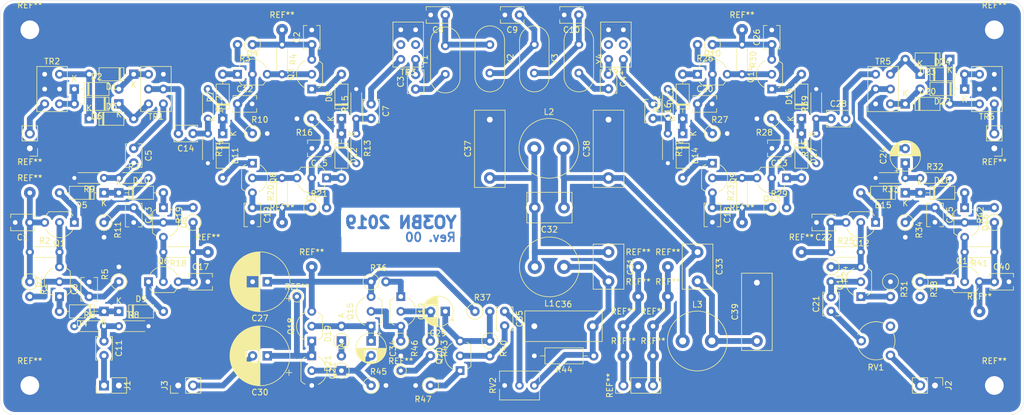
<source format=kicad_pcb>
(kicad_pcb (version 20171130) (host pcbnew 5.1.4+dfsg1-1)
  (layers (0 F.Cu signal hide) (31 B.Cu signal) (35 F.Paste user hide) (37 F.SilkS user hide) (39 F.Mask user hide) (44 Edge.Cuts user))
  (net 0 "")
  (net 1 +RX)
  (net 2 GND)
  (net 3 "Net-(C3-Pad1)")
  (net 4 "Net-(C3-Pad2)")
  (net 5 "Net-(C4-Pad1)")
  (net 6 "Net-(C4-Pad2)")
  (net 7 "Net-(C5-Pad2)")
  (net 8 "Net-(C5-Pad1)")
  (net 9 "Net-(C6-Pad1)")
  (net 10 "Net-(C7-Pad1)")
  (net 11 "Net-(C7-Pad2)")
  (net 12 "Net-(C8-Pad1)")
  (net 13 "Net-(C9-Pad1)")
  (net 14 "Net-(C10-Pad1)")
  (net 15 "Net-(C11-Pad2)")
  (net 16 "Net-(C11-Pad1)")
  (net 17 "Net-(C12-Pad1)")
  (net 18 "Net-(C13-Pad1)")
  (net 19 "Net-(C14-Pad1)")
  (net 20 "Net-(C14-Pad2)")
  (net 21 "Net-(C15-Pad1)")
  (net 22 "Net-(C16-Pad1)")
  (net 23 "Net-(C16-Pad2)")
  (net 24 +TX)
  (net 25 "Net-(C20-Pad1)")
  (net 26 "Net-(C21-Pad2)")
  (net 27 "Net-(C21-Pad1)")
  (net 28 "Net-(C23-Pad1)")
  (net 29 "Net-(C24-Pad1)")
  (net 30 "Net-(C24-Pad2)")
  (net 31 "Net-(C25-Pad1)")
  (net 32 "Net-(C28-Pad2)")
  (net 33 "Net-(C28-Pad1)")
  (net 34 "Net-(C29-Pad2)")
  (net 35 "Net-(C29-Pad1)")
  (net 36 "Net-(C30-Pad1)")
  (net 37 "Net-(C30-Pad2)")
  (net 38 "Net-(C31-Pad2)")
  (net 39 "Net-(C31-Pad1)")
  (net 40 "Net-(C32-Pad1)")
  (net 41 "Net-(C33-Pad2)")
  (net 42 "Net-(C34-Pad1)")
  (net 43 "Net-(C34-Pad2)")
  (net 44 "Net-(C35-Pad2)")
  (net 45 "Net-(C35-Pad1)")
  (net 46 "Net-(D1-Pad2)")
  (net 47 "Net-(D1-Pad1)")
  (net 48 "Net-(D2-Pad1)")
  (net 49 "Net-(D3-Pad2)")
  (net 50 "Net-(D4-Pad1)")
  (net 51 "Net-(D4-Pad2)")
  (net 52 "Net-(D10-Pad1)")
  (net 53 "Net-(D5-Pad2)")
  (net 54 "Net-(D7-Pad2)")
  (net 55 "Net-(D11-Pad1)")
  (net 56 "Net-(D12-Pad1)")
  (net 57 "Net-(D8-Pad2)")
  (net 58 "Net-(D9-Pad2)")
  (net 59 "Net-(D10-Pad2)")
  (net 60 "Net-(D11-Pad2)")
  (net 61 "Net-(D12-Pad2)")
  (net 62 "Net-(D13-Pad2)")
  (net 63 "Net-(D13-Pad1)")
  (net 64 "Net-(D14-Pad2)")
  (net 65 "Net-(D15-Pad2)")
  (net 66 "Net-(D15-Pad1)")
  (net 67 "Net-(D16-Pad1)")
  (net 68 "Net-(D16-Pad2)")
  (net 69 "Net-(D17-Pad2)")
  (net 70 "Net-(D18-Pad2)")
  (net 71 "Net-(D19-Pad1)")
  (net 72 "Net-(D20-Pad1)")
  (net 73 "Net-(D20-Pad2)")
  (net 74 "Net-(D22-Pad1)")
  (net 75 "Net-(D23-Pad2)")
  (net 76 "Net-(J2-Pad2)")
  (net 77 "Net-(Q1-Pad2)")
  (net 78 "Net-(Q3-Pad2)")
  (net 79 "Net-(Q5-Pad3)")
  (net 80 "Net-(Q7-Pad3)")
  (net 81 "Net-(Q13-Pad3)")
  (net 82 "Net-(Q10-Pad3)")
  (net 83 "Net-(Q11-Pad3)")
  (net 84 "Net-(Q11-Pad1)")
  (net 85 "Net-(Q15-Pad2)")
  (net 86 "Net-(Q16-Pad3)")
  (net 87 "Net-(Q17-Pad1)")
  (net 88 "Net-(Q19-Pad1)")
  (net 89 "Net-(Q20-Pad1)")
  (net 90 LO)
  (net 91 BFO)
  (module Connector_PinHeader_2.54mm:PinHeader_1x03_P2.54mm_Vertical (layer F.Cu) (at 175.26 86.36 90)
    (fp_text reference REF** (at 0 -2.33 90) (layer F.SilkS))
    (fp_text value PinHeader_1x03_P2.54mm_Vertical)
    (pad 3 thru_hole oval (at 0 5.08 90) (size 1.7 1.7) (drill 1) (layers *.Cu *.Mask) (net 1 +RX))
    (pad 2 thru_hole oval (at 0 2.54 90) (size 1.7 1.7) (drill 1) (layers *.Cu *.Mask) (net 2 GND))
    (pad 1 thru_hole circle (at 0 0 90) (size 1.7 1.7) (drill 1) (layers *.Cu *.Mask) (net 24 +TX))
  )
  (module Connector_Wire:SolderWirePad_1x01_Drill0.8mm (layer F.Cu) (at 182.88 66.04)
    (fp_text reference REF** (at 0 -2.54) (layer F.SilkS))
    (fp_text value SolderWirePad_1x01_Drill0.8mm)
    (pad 1 thru_hole circle (at 0 0) (size 1.99898 1.99898) (drill 0.8001) (layers *.Cu *.Mask) (net 1 +RX))
  )
  (module Connector_Wire:SolderWirePad_1x01_Drill0.8mm (layer F.Cu) (at 177.8 66.04)
    (fp_text reference REF** (at 0 -2.54) (layer F.SilkS))
    (fp_text value SolderWirePad_1x01_Drill0.8mm)
    (pad 1 thru_hole circle (at 0 0) (size 1.99898 1.99898) (drill 0.8001) (layers *.Cu *.Mask) (net 24 +TX))
  )
  (module Connector_Wire:SolderWirePad_1x01_Drill0.8mm (layer F.Cu) (at 177.8 71.12)
    (fp_text reference REF** (at 0 -2.54) (layer F.SilkS))
    (fp_text value SolderWirePad_1x01_Drill0.8mm)
    (pad 1 thru_hole circle (at 0 0) (size 1.99898 1.99898) (drill 0.8001) (layers *.Cu *.Mask) (net 24 +TX))
  )
  (module Connector_Wire:SolderWirePad_1x01_Drill0.8mm (layer F.Cu) (at 182.88 71.12)
    (fp_text reference REF** (at 0 -2.54) (layer F.SilkS))
    (fp_text value SolderWirePad_1x01_Drill0.8mm)
    (pad 1 thru_hole circle (at 0 0) (size 1.99898 1.99898) (drill 0.8001) (layers *.Cu *.Mask) (net 1 +RX))
  )
  (module Connector_Wire:SolderWirePad_1x01_Drill0.8mm (layer F.Cu) (at 180.34 76.2)
    (fp_text reference REF** (at 0 -2.54) (layer F.SilkS))
    (fp_text value SolderWirePad_1x01_Drill0.8mm)
    (pad 1 thru_hole circle (at 0 0) (size 1.99898 1.99898) (drill 0.8001) (layers *.Cu *.Mask) (net 1 +RX))
  )
  (module Connector_Wire:SolderWirePad_1x01_Drill0.8mm (layer F.Cu) (at 180.34 81.28)
    (fp_text reference REF** (at 0 -2.54) (layer F.SilkS))
    (fp_text value SolderWirePad_1x01_Drill0.8mm)
    (pad 1 thru_hole circle (at 0 0) (size 1.99898 1.99898) (drill 0.8001) (layers *.Cu *.Mask) (net 1 +RX))
  )
  (module Connector_Wire:SolderWirePad_1x01_Drill0.8mm (layer F.Cu) (at 175.26 76.2)
    (fp_text reference REF** (at 0 -2.54) (layer F.SilkS))
    (fp_text value SolderWirePad_1x01_Drill0.8mm)
    (pad 1 thru_hole circle (at 0 0) (size 1.99898 1.99898) (drill 0.8001) (layers *.Cu *.Mask) (net 24 +TX))
  )
  (module Connector_Wire:SolderWirePad_1x01_Drill0.8mm (layer F.Cu) (at 175.26 81.28)
    (fp_text reference REF** (at 0 -2.54) (layer F.SilkS))
    (fp_text value SolderWirePad_1x01_Drill0.8mm)
    (pad 1 thru_hole circle (at 0 0) (size 1.99898 1.99898) (drill 0.8001) (layers *.Cu *.Mask) (net 24 +TX))
  )
  (module Connector_Wire:SolderWirePad_1x01_Drill0.8mm (layer F.Cu) (at 116.84 58.42)
    (fp_text reference REF** (at 0 -2.54) (layer F.SilkS))
    (fp_text value SolderWirePad_1x01_Drill0.8mm)
    (pad 1 thru_hole circle (at 0 0) (size 1.99898 1.99898) (drill 0.8001) (layers *.Cu *.Mask) (net 24 +TX))
  )
  (module Connector_Wire:SolderWirePad_1x01_Drill0.8mm (layer F.Cu) (at 116.84 25.4)
    (fp_text reference REF** (at 0 -2.54) (layer F.SilkS))
    (fp_text value SolderWirePad_1x01_Drill0.8mm)
    (pad 1 thru_hole circle (at 0 0) (size 1.99898 1.99898) (drill 0.8001) (layers *.Cu *.Mask) (net 1 +RX))
  )
  (module Connector_Wire:SolderWirePad_1x01_Drill0.8mm (layer F.Cu) (at 73.66 53.34)
    (fp_text reference REF** (at 0 -2.54) (layer F.SilkS))
    (fp_text value SolderWirePad_1x01_Drill0.8mm)
    (pad 1 thru_hole circle (at 0 0) (size 1.99898 1.99898) (drill 0.8001) (layers *.Cu *.Mask) (net 1 +RX))
  )
  (module Connector_Wire:SolderWirePad_1x01_Drill0.8mm (layer F.Cu) (at 104.14 63.5)
    (fp_text reference REF** (at 0 -2.54) (layer F.SilkS))
    (fp_text value SolderWirePad_1x01_Drill0.8mm)
    (pad 1 thru_hole circle (at 0 0) (size 1.99898 1.99898) (drill 0.8001) (layers *.Cu *.Mask) (net 24 +TX))
  )
  (module Connector_Wire:SolderWirePad_1x01_Drill0.8mm (layer F.Cu) (at 121.92 66.04)
    (fp_text reference REF** (at 0 -2.54) (layer F.SilkS))
    (fp_text value SolderWirePad_1x01_Drill0.8mm)
    (pad 1 thru_hole circle (at 0 0) (size 1.99898 1.99898) (drill 0.8001) (layers *.Cu *.Mask) (net 1 +RX))
  )
  (module Connector_Wire:SolderWirePad_1x01_Drill0.8mm (layer F.Cu) (at 236.22 73.66)
    (fp_text reference REF** (at 0 -2.54) (layer F.SilkS))
    (fp_text value SolderWirePad_1x01_Drill0.8mm)
    (pad 1 thru_hole circle (at 0 0) (size 1.99898 1.99898) (drill 0.8001) (layers *.Cu *.Mask) (net 1 +RX))
  )
  (module Connector_Wire:SolderWirePad_1x01_Drill0.8mm (layer F.Cu) (at 205.74 63.5)
    (fp_text reference REF** (at 0 -2.54) (layer F.SilkS))
    (fp_text value SolderWirePad_1x01_Drill0.8mm)
    (pad 1 thru_hole circle (at 0 0) (size 1.99898 1.99898) (drill 0.8001) (layers *.Cu *.Mask) (net 24 +TX))
  )
  (module Connector_Wire:SolderWirePad_1x01_Drill0.8mm (layer F.Cu) (at 195.58 58.42)
    (fp_text reference REF** (at 0 -2.54) (layer F.SilkS))
    (fp_text value SolderWirePad_1x01_Drill0.8mm)
    (pad 1 thru_hole circle (at 0 0) (size 1.99898 1.99898) (drill 0.8001) (layers *.Cu *.Mask) (net 24 +TX))
  )
  (module Connector_Wire:SolderWirePad_1x01_Drill0.8mm (layer F.Cu) (at 195.58 25.4)
    (fp_text reference REF** (at 0 -2.54) (layer F.SilkS))
    (fp_text value SolderWirePad_1x01_Drill0.8mm)
    (pad 1 thru_hole circle (at 0 0) (size 1.99898 1.99898) (drill 0.8001) (layers *.Cu *.Mask) (net 1 +RX))
  )
  (module Connector_PinHeader_2.54mm:PinHeader_1x02_P2.54mm_Vertical (layer F.Cu) (at 238.76 45.72 180)
    (fp_text reference REF** (at 0 -2.33) (layer F.SilkS))
    (fp_text value PinHeader_1x02_P2.54mm_Vertical)
    (pad 2 thru_hole oval (at 0 2.54 180) (size 1.7 1.7) (drill 1) (layers *.Cu *.Mask) (net 91 BFO))
    (pad 1 thru_hole rect (at 0 0 180) (size 1.7 1.7) (drill 1) (layers *.Cu *.Mask) (net 2 GND))
  )
  (module Connector_PinHeader_2.54mm:PinHeader_1x02_P2.54mm_Vertical (layer F.Cu) (at 73.66 45.72 180)
    (fp_text reference REF** (at 0 -2.33) (layer F.SilkS))
    (fp_text value PinHeader_1x02_P2.54mm_Vertical)
    (pad 2 thru_hole oval (at 0 2.54 180) (size 1.7 1.7) (drill 1) (layers *.Cu *.Mask) (net 90 LO))
    (pad 1 thru_hole rect (at 0 0 180) (size 1.7 1.7) (drill 1) (layers *.Cu *.Mask) (net 2 GND))
  )
  (module MountingHole:MountingHole_3.2mm_M3_Pad (layer F.Cu) (at 73.66 86.36)
    (fp_text reference REF** (at 0 -4.2) (layer F.SilkS))
    (fp_text value MountingHole_3.2mm_M3_Pad)
    (pad 1 thru_hole circle (at 0 0) (size 6.4 6.4) (drill 3.2) (layers *.Cu *.Mask) (net 2 GND))
  )
  (module MountingHole:MountingHole_3.2mm_M3_Pad (layer F.Cu) (at 73.66 25.4)
    (fp_text reference REF** (at 0 -4.2) (layer F.SilkS))
    (fp_text value MountingHole_3.2mm_M3_Pad)
    (pad 1 thru_hole circle (at 0 0) (size 6.4 6.4) (drill 3.2) (layers *.Cu *.Mask) (net 2 GND))
  )
  (module MountingHole:MountingHole_3.2mm_M3_Pad (layer F.Cu) (at 238.76 86.36)
    (fp_text reference REF** (at 0 -4.2) (layer F.SilkS))
    (fp_text value MountingHole_3.2mm_M3_Pad)
    (pad 1 thru_hole circle (at 0 0) (size 6.4 6.4) (drill 3.2) (layers *.Cu *.Mask) (net 2 GND))
  )
  (module MountingHole:MountingHole_3.2mm_M3_Pad (layer F.Cu) (at 238.76 25.4)
    (fp_text reference REF** (at 0 -4.2) (layer F.SilkS))
    (fp_text value MountingHole_3.2mm_M3_Pad)
    (pad 1 thru_hole circle (at 0 0) (size 6.4 6.4) (drill 3.2) (layers *.Cu *.Mask) (net 2 GND))
  )
  (module Connector_PinHeader_2.54mm:PinHeader_1x02_P2.54mm_Vertical (layer F.Cu) (at 86.36 86.36 90)
    (fp_text reference J1 (at 0 4 90) (layer F.SilkS))
    (fp_text value BNC)
    (pad 2 thru_hole oval (at 0 2.54 90) (size 1.7 1.7) (drill 1) (layers *.Cu *.Mask) (net 2 GND))
    (pad 1 thru_hole rect (at 0 0 90) (size 1.7 1.7) (drill 1) (layers *.Cu *.Mask) (net 15 "Net-(C11-Pad2)"))
  )
  (module Resistor_THT:R_Axial_DIN0207_L6.3mm_D2.5mm_P10.16mm_Horizontal (layer F.Cu) (at 170.18 81.28 180)
    (fp_text reference R44 (at 5.08 -2.37) (layer F.SilkS))
    (fp_text value 0)
    (pad 1 thru_hole circle (at 0 0 180) (size 1.6 1.6) (drill 0.8) (layers *.Cu *.Mask) (net 38 "Net-(C31-Pad2)"))
    (pad 2 thru_hole oval (at 10.16 0 180) (size 1.6 1.6) (drill 0.8) (layers *.Cu *.Mask) (net 2 GND))
  )
  (module Capacitor_THT:C_Rect_L13.0mm_W5.0mm_P10.00mm_FKS3_FKP3_MKS4 (layer F.Cu) (at 160.02 76.2)
    (fp_text reference C36 (at 5 -3.75) (layer F.SilkS))
    (fp_text value 0)
    (pad 1 thru_hole circle (at 0 0) (size 2 2) (drill 1) (layers *.Cu *.Mask) (net 2 GND))
    (pad 2 thru_hole circle (at 10 0) (size 2 2) (drill 1) (layers *.Cu *.Mask) (net 38 "Net-(C31-Pad2)"))
  )
  (module TestPoint:TestPoint_THTPad_D1.5mm_Drill0.7mm (layer F.Cu) (at 119.38 71.12)
    (fp_text reference REF** (at 0 -1.648) (layer F.SilkS))
    (fp_text value TestPoint_THTPad_D1.5mm_Drill0.7mm)
    (pad 1 thru_hole circle (at 0 0) (size 1.5 1.5) (drill 0.7) (layers *.Cu *.Mask) (net 36 "Net-(C30-Pad1)"))
  )
  (module TestPoint:TestPoint_THTPad_D1.5mm_Drill0.7mm (layer F.Cu) (at 137.16 83.82)
    (fp_text reference REF** (at 0 -1.648) (layer F.SilkS))
    (fp_text value TestPoint_THTPad_D1.5mm_Drill0.7mm)
    (pad 1 thru_hole circle (at 0 0) (size 1.5 1.5) (drill 0.7) (layers *.Cu *.Mask) (net 36 "Net-(C30-Pad1)"))
  )
  (module Capacitor_THT:C_Disc_D3.8mm_W2.6mm_P2.50mm (layer F.Cu) (at 73.66 58.42 180)
    (fp_text reference C1 (at 1.25 -2.55) (layer F.SilkS))
    (fp_text value 100n)
    (pad 1 thru_hole circle (at 0 0 180) (size 1.6 1.6) (drill 0.8) (layers *.Cu *.Mask) (net 1 +RX))
    (pad 2 thru_hole circle (at 2.5 0 180) (size 1.6 1.6) (drill 0.8) (layers *.Cu *.Mask) (net 2 GND))
  )
  (module Capacitor_THT:C_Disc_D3.8mm_W2.6mm_P2.50mm (layer F.Cu) (at 121.92 27.94 90)
    (fp_text reference C2 (at 1.25 -2.55 90) (layer F.SilkS))
    (fp_text value 100n)
    (pad 2 thru_hole circle (at 2.5 0 90) (size 1.6 1.6) (drill 0.8) (layers *.Cu *.Mask) (net 2 GND))
    (pad 1 thru_hole circle (at 0 0 90) (size 1.6 1.6) (drill 0.8) (layers *.Cu *.Mask) (net 1 +RX))
  )
  (module Capacitor_THT:C_Disc_D3.8mm_W2.6mm_P2.50mm (layer F.Cu) (at 139.7 35.56 90)
    (fp_text reference C3 (at 1.25 -2.55 90) (layer F.SilkS))
    (fp_text value 0)
    (pad 1 thru_hole circle (at 0 0 90) (size 1.6 1.6) (drill 0.8) (layers *.Cu *.Mask) (net 3 "Net-(C3-Pad1)"))
    (pad 2 thru_hole circle (at 2.5 0 90) (size 1.6 1.6) (drill 0.8) (layers *.Cu *.Mask) (net 4 "Net-(C3-Pad2)"))
  )
  (module Capacitor_THT:C_Disc_D3.8mm_W2.6mm_P2.50mm (layer F.Cu) (at 172.72 33.02 270)
    (fp_text reference C4 (at 1.25 -2.55 90) (layer F.SilkS))
    (fp_text value 0)
    (pad 1 thru_hole circle (at 0 0 270) (size 1.6 1.6) (drill 0.8) (layers *.Cu *.Mask) (net 5 "Net-(C4-Pad1)"))
    (pad 2 thru_hole circle (at 2.5 0 270) (size 1.6 1.6) (drill 0.8) (layers *.Cu *.Mask) (net 6 "Net-(C4-Pad2)"))
  )
  (module Capacitor_THT:C_Disc_D3.8mm_W2.6mm_P2.50mm (layer F.Cu) (at 91.44 45.72 270)
    (fp_text reference C5 (at 1.25 -2.55 90) (layer F.SilkS))
    (fp_text value 1u)
    (pad 2 thru_hole circle (at 2.5 0 270) (size 1.6 1.6) (drill 0.8) (layers *.Cu *.Mask) (net 7 "Net-(C5-Pad2)"))
    (pad 1 thru_hole circle (at 0 0 270) (size 1.6 1.6) (drill 0.8) (layers *.Cu *.Mask) (net 8 "Net-(C5-Pad1)"))
  )
  (module Capacitor_THT:C_Disc_D3.8mm_W2.6mm_P2.50mm (layer F.Cu) (at 83.82 71.12 90)
    (fp_text reference C6 (at 1.25 -2.55 90) (layer F.SilkS))
    (fp_text value 100n)
    (pad 2 thru_hole circle (at 2.5 0 90) (size 1.6 1.6) (drill 0.8) (layers *.Cu *.Mask) (net 2 GND))
    (pad 1 thru_hole circle (at 0 0 90) (size 1.6 1.6) (drill 0.8) (layers *.Cu *.Mask) (net 9 "Net-(C6-Pad1)"))
  )
  (module Capacitor_THT:C_Disc_D3.8mm_W2.6mm_P2.50mm (layer F.Cu) (at 132.08 38.1 270)
    (fp_text reference C7 (at 1.25 -2.55 90) (layer F.SilkS))
    (fp_text value 100n)
    (pad 1 thru_hole circle (at 0 0 270) (size 1.6 1.6) (drill 0.8) (layers *.Cu *.Mask) (net 10 "Net-(C7-Pad1)"))
    (pad 2 thru_hole circle (at 2.5 0 270) (size 1.6 1.6) (drill 0.8) (layers *.Cu *.Mask) (net 11 "Net-(C7-Pad2)"))
  )
  (module Capacitor_THT:C_Disc_D3.8mm_W2.6mm_P2.50mm (layer F.Cu) (at 144.78 22.86 180)
    (fp_text reference C8 (at 1.25 -2.55) (layer F.SilkS))
    (fp_text value 0)
    (pad 1 thru_hole circle (at 0 0 180) (size 1.6 1.6) (drill 0.8) (layers *.Cu *.Mask) (net 12 "Net-(C8-Pad1)"))
    (pad 2 thru_hole circle (at 2.5 0 180) (size 1.6 1.6) (drill 0.8) (layers *.Cu *.Mask) (net 2 GND))
  )
  (module Capacitor_THT:C_Disc_D3.8mm_W2.6mm_P2.50mm (layer F.Cu) (at 157.48 22.86 180)
    (fp_text reference C9 (at 1.25 -2.55) (layer F.SilkS))
    (fp_text value 0)
    (pad 1 thru_hole circle (at 0 0 180) (size 1.6 1.6) (drill 0.8) (layers *.Cu *.Mask) (net 13 "Net-(C9-Pad1)"))
    (pad 2 thru_hole circle (at 2.5 0 180) (size 1.6 1.6) (drill 0.8) (layers *.Cu *.Mask) (net 2 GND))
  )
  (module Capacitor_THT:C_Disc_D3.8mm_W2.6mm_P2.50mm (layer F.Cu) (at 167.64 22.86 180)
    (fp_text reference C10 (at 1.25 -2.55) (layer F.SilkS))
    (fp_text value 0)
    (pad 2 thru_hole circle (at 2.5 0 180) (size 1.6 1.6) (drill 0.8) (layers *.Cu *.Mask) (net 2 GND))
    (pad 1 thru_hole circle (at 0 0 180) (size 1.6 1.6) (drill 0.8) (layers *.Cu *.Mask) (net 14 "Net-(C10-Pad1)"))
  )
  (module Capacitor_THT:C_Disc_D3.8mm_W2.6mm_P2.50mm (layer F.Cu) (at 86.36 78.74 270)
    (fp_text reference C11 (at 1.25 -2.55 90) (layer F.SilkS))
    (fp_text value 1u)
    (pad 1 thru_hole circle (at 0 0 270) (size 1.6 1.6) (drill 0.8) (layers *.Cu *.Mask) (net 16 "Net-(C11-Pad1)"))
    (pad 2 thru_hole circle (at 2.5 0 270) (size 1.6 1.6) (drill 0.8) (layers *.Cu *.Mask) (net 15 "Net-(C11-Pad2)"))
  )
  (module Capacitor_THT:C_Disc_D3.8mm_W2.6mm_P2.50mm (layer F.Cu) (at 109.22 38.1)
    (fp_text reference C12 (at 1.25 -2.55) (layer F.SilkS))
    (fp_text value 100n)
    (pad 1 thru_hole circle (at 0 0) (size 1.6 1.6) (drill 0.8) (layers *.Cu *.Mask) (net 17 "Net-(C12-Pad1)"))
    (pad 2 thru_hole circle (at 2.5 0) (size 1.6 1.6) (drill 0.8) (layers *.Cu *.Mask) (net 2 GND))
  )
  (module Capacitor_THT:C_Disc_D3.8mm_W2.6mm_P2.50mm (layer F.Cu) (at 91.44 55.92 270)
    (fp_text reference C13 (at 1.25 -2.55 90) (layer F.SilkS))
    (fp_text value 100n)
    (pad 1 thru_hole circle (at 0 0 270) (size 1.6 1.6) (drill 0.8) (layers *.Cu *.Mask) (net 18 "Net-(C13-Pad1)"))
    (pad 2 thru_hole circle (at 2.5 0 270) (size 1.6 1.6) (drill 0.8) (layers *.Cu *.Mask) (net 2 GND))
  )
  (module Capacitor_THT:C_Disc_D3.8mm_W2.6mm_P2.50mm (layer F.Cu) (at 101.6 43.18 180)
    (fp_text reference C14 (at 1.25 -2.55) (layer F.SilkS))
    (fp_text value 100n)
    (pad 1 thru_hole circle (at 0 0 180) (size 1.6 1.6) (drill 0.8) (layers *.Cu *.Mask) (net 19 "Net-(C14-Pad1)"))
    (pad 2 thru_hole circle (at 2.5 0 180) (size 1.6 1.6) (drill 0.8) (layers *.Cu *.Mask) (net 20 "Net-(C14-Pad2)"))
  )
  (module Capacitor_THT:C_Disc_D3.8mm_W2.6mm_P2.50mm (layer F.Cu) (at 124.46 45.72 180)
    (fp_text reference C15 (at 1.25 -2.55) (layer F.SilkS))
    (fp_text value 100n)
    (pad 2 thru_hole circle (at 2.5 0 180) (size 1.6 1.6) (drill 0.8) (layers *.Cu *.Mask) (net 2 GND))
    (pad 1 thru_hole circle (at 0 0 180) (size 1.6 1.6) (drill 0.8) (layers *.Cu *.Mask) (net 21 "Net-(C15-Pad1)"))
  )
  (module Capacitor_THT:C_Disc_D3.8mm_W2.6mm_P2.50mm (layer F.Cu) (at 180.34 38.1 270)
    (fp_text reference C16 (at 1.25 -2.55 90) (layer F.SilkS))
    (fp_text value 100n)
    (pad 1 thru_hole circle (at 0 0 270) (size 1.6 1.6) (drill 0.8) (layers *.Cu *.Mask) (net 22 "Net-(C16-Pad1)"))
    (pad 2 thru_hole circle (at 2.5 0 270) (size 1.6 1.6) (drill 0.8) (layers *.Cu *.Mask) (net 23 "Net-(C16-Pad2)"))
  )
  (module Capacitor_THT:C_Disc_D3.8mm_W2.6mm_P2.50mm (layer F.Cu) (at 101.64 68.58)
    (fp_text reference C17 (at 1.25 -2.55) (layer F.SilkS))
    (fp_text value 100n)
    (pad 2 thru_hole circle (at 2.5 0) (size 1.6 1.6) (drill 0.8) (layers *.Cu *.Mask) (net 2 GND))
    (pad 1 thru_hole circle (at 0 0) (size 1.6 1.6) (drill 0.8) (layers *.Cu *.Mask) (net 24 +TX))
  )
  (module Capacitor_THT:C_Disc_D3.8mm_W2.6mm_P2.50mm (layer F.Cu) (at 190.5 55.88 270)
    (fp_text reference C18 (at 1.25 -2.55 90) (layer F.SilkS))
    (fp_text value 100n)
    (pad 1 thru_hole circle (at 0 0 270) (size 1.6 1.6) (drill 0.8) (layers *.Cu *.Mask) (net 24 +TX))
    (pad 2 thru_hole circle (at 2.5 0 270) (size 1.6 1.6) (drill 0.8) (layers *.Cu *.Mask) (net 2 GND))
  )
  (module Capacitor_THT:C_Disc_D3.8mm_W2.6mm_P2.50mm (layer F.Cu) (at 111.76 55.88 270)
    (fp_text reference C19 (at 1.25 -2.55 90) (layer F.SilkS))
    (fp_text value 100n)
    (pad 1 thru_hole circle (at 0 0 270) (size 1.6 1.6) (drill 0.8) (layers *.Cu *.Mask) (net 24 +TX))
    (pad 2 thru_hole circle (at 2.5 0 270) (size 1.6 1.6) (drill 0.8) (layers *.Cu *.Mask) (net 2 GND))
  )
  (module Capacitor_THT:C_Disc_D3.8mm_W2.6mm_P2.50mm (layer F.Cu) (at 187.96 38.1)
    (fp_text reference C20 (at 1.25 -2.55) (layer F.SilkS))
    (fp_text value 100n)
    (pad 2 thru_hole circle (at 2.5 0) (size 1.6 1.6) (drill 0.8) (layers *.Cu *.Mask) (net 2 GND))
    (pad 1 thru_hole circle (at 0 0) (size 1.6 1.6) (drill 0.8) (layers *.Cu *.Mask) (net 25 "Net-(C20-Pad1)"))
  )
  (module Capacitor_THT:C_Disc_D3.8mm_W2.6mm_P2.50mm (layer F.Cu) (at 210.82 73.66 90)
    (fp_text reference C21 (at 1.25 -2.55 90) (layer F.SilkS))
    (fp_text value 100n)
    (pad 2 thru_hole circle (at 2.5 0 90) (size 1.6 1.6) (drill 0.8) (layers *.Cu *.Mask) (net 26 "Net-(C21-Pad2)"))
    (pad 1 thru_hole circle (at 0 0 90) (size 1.6 1.6) (drill 0.8) (layers *.Cu *.Mask) (net 27 "Net-(C21-Pad1)"))
  )
  (module Capacitor_THT:C_Disc_D3.8mm_W2.6mm_P2.50mm (layer F.Cu) (at 210.82 58.42 180)
    (fp_text reference C22 (at 1.25 -2.55) (layer F.SilkS))
    (fp_text value 100n)
    (pad 2 thru_hole circle (at 2.5 0 180) (size 1.6 1.6) (drill 0.8) (layers *.Cu *.Mask) (net 2 GND))
    (pad 1 thru_hole circle (at 0 0 180) (size 1.6 1.6) (drill 0.8) (layers *.Cu *.Mask) (net 24 +TX))
  )
  (module Capacitor_THT:C_Disc_D3.8mm_W2.6mm_P2.50mm (layer F.Cu) (at 203.2 45.72 180)
    (fp_text reference C23 (at 1.25 -2.55) (layer F.SilkS))
    (fp_text value 100n)
    (pad 2 thru_hole circle (at 2.5 0 180) (size 1.6 1.6) (drill 0.8) (layers *.Cu *.Mask) (net 2 GND))
    (pad 1 thru_hole circle (at 0 0 180) (size 1.6 1.6) (drill 0.8) (layers *.Cu *.Mask) (net 28 "Net-(C23-Pad1)"))
  )
  (module Capacitor_THT:CP_Radial_D5.0mm_P2.50mm (layer F.Cu) (at 223.52 48.26 90)
    (fp_text reference C24 (at 1.25 -3.75 90) (layer F.SilkS))
    (fp_text value 10u)
    (pad 1 thru_hole rect (at 0 0 90) (size 1.6 1.6) (drill 0.8) (layers *.Cu *.Mask) (net 29 "Net-(C24-Pad1)"))
    (pad 2 thru_hole circle (at 2.5 0 90) (size 1.6 1.6) (drill 0.8) (layers *.Cu *.Mask) (net 30 "Net-(C24-Pad2)"))
  )
  (module Capacitor_THT:C_Disc_D3.8mm_W2.6mm_P2.50mm (layer F.Cu) (at 228.6 55.88 270)
    (fp_text reference C25 (at 1.25 -2.55 90) (layer F.SilkS))
    (fp_text value 100n)
    (pad 2 thru_hole circle (at 2.5 0 270) (size 1.6 1.6) (drill 0.8) (layers *.Cu *.Mask) (net 2 GND))
    (pad 1 thru_hole circle (at 0 0 270) (size 1.6 1.6) (drill 0.8) (layers *.Cu *.Mask) (net 31 "Net-(C25-Pad1)"))
  )
  (module Capacitor_THT:C_Disc_D3.8mm_W2.6mm_P2.50mm (layer F.Cu) (at 200.66 27.94 90)
    (fp_text reference C26 (at 1.25 -2.55 90) (layer F.SilkS))
    (fp_text value 100n)
    (pad 1 thru_hole circle (at 0 0 90) (size 1.6 1.6) (drill 0.8) (layers *.Cu *.Mask) (net 1 +RX))
    (pad 2 thru_hole circle (at 2.5 0 90) (size 1.6 1.6) (drill 0.8) (layers *.Cu *.Mask) (net 2 GND))
  )
  (module Capacitor_THT:CP_Radial_D10.0mm_P2.50mm (layer F.Cu) (at 114.3 68.58 180)
    (fp_text reference C27 (at 1.25 -6.25) (layer F.SilkS))
    (fp_text value 220u)
    (pad 2 thru_hole circle (at 2.5 0 180) (size 1.6 1.6) (drill 0.8) (layers *.Cu *.Mask) (net 2 GND))
    (pad 1 thru_hole rect (at 0 0 180) (size 1.6 1.6) (drill 0.8) (layers *.Cu *.Mask) (net 1 +RX))
  )
  (module Capacitor_THT:C_Disc_D3.8mm_W2.6mm_P2.50mm (layer F.Cu) (at 210.82 40.64)
    (fp_text reference C28 (at 1.25 -2.55) (layer F.SilkS))
    (fp_text value 100n)
    (pad 2 thru_hole circle (at 2.5 0) (size 1.6 1.6) (drill 0.8) (layers *.Cu *.Mask) (net 32 "Net-(C28-Pad2)"))
    (pad 1 thru_hole circle (at 0 0) (size 1.6 1.6) (drill 0.8) (layers *.Cu *.Mask) (net 33 "Net-(C28-Pad1)"))
  )
  (module Capacitor_THT:CP_Radial_D5.0mm_P2.50mm (layer F.Cu) (at 144.78 73.66 180)
    (fp_text reference C29 (at 1.25 -3.75) (layer F.SilkS))
    (fp_text value 10u)
    (pad 2 thru_hole circle (at 2.5 0 180) (size 1.6 1.6) (drill 0.8) (layers *.Cu *.Mask) (net 34 "Net-(C29-Pad2)"))
    (pad 1 thru_hole rect (at 0 0 180) (size 1.6 1.6) (drill 0.8) (layers *.Cu *.Mask) (net 35 "Net-(C29-Pad1)"))
  )
  (module Capacitor_THT:CP_Radial_D10.0mm_P2.50mm (layer F.Cu) (at 114.3 81.28 180)
    (fp_text reference C30 (at 1.25 -6.25) (layer F.SilkS))
    (fp_text value 220u)
    (pad 1 thru_hole rect (at 0 0 180) (size 1.6 1.6) (drill 0.8) (layers *.Cu *.Mask) (net 36 "Net-(C30-Pad1)"))
    (pad 2 thru_hole circle (at 2.5 0 180) (size 1.6 1.6) (drill 0.8) (layers *.Cu *.Mask) (net 37 "Net-(C30-Pad2)"))
  )
  (module Capacitor_THT:C_Disc_D7.5mm_W5.0mm_P5.00mm (layer F.Cu) (at 172.72 63.5 270)
    (fp_text reference C31 (at 2.5 -3.75 90) (layer F.SilkS))
    (fp_text value 0)
    (pad 2 thru_hole circle (at 5 0 270) (size 2 2) (drill 1) (layers *.Cu *.Mask) (net 38 "Net-(C31-Pad2)"))
    (pad 1 thru_hole circle (at 0 0 270) (size 2 2) (drill 1) (layers *.Cu *.Mask) (net 39 "Net-(C31-Pad1)"))
  )
  (module Capacitor_THT:C_Disc_D7.5mm_W5.0mm_P5.00mm (layer F.Cu) (at 165.1 55.88 180)
    (fp_text reference C32 (at 2.5 -3.75) (layer F.SilkS))
    (fp_text value 0)
    (pad 1 thru_hole circle (at 0 0 180) (size 2 2) (drill 1) (layers *.Cu *.Mask) (net 40 "Net-(C32-Pad1)"))
    (pad 2 thru_hole circle (at 5 0 180) (size 2 2) (drill 1) (layers *.Cu *.Mask) (net 39 "Net-(C31-Pad1)"))
  )
  (module Capacitor_THT:C_Disc_D7.5mm_W5.0mm_P5.00mm (layer F.Cu) (at 187.96 63.5 270)
    (fp_text reference C33 (at 2.5 -3.75 90) (layer F.SilkS))
    (fp_text value 0)
    (pad 1 thru_hole circle (at 0 0 270) (size 2 2) (drill 1) (layers *.Cu *.Mask) (net 40 "Net-(C32-Pad1)"))
    (pad 2 thru_hole circle (at 5 0 270) (size 2 2) (drill 1) (layers *.Cu *.Mask) (net 41 "Net-(C33-Pad2)"))
  )
  (module Capacitor_THT:CP_Radial_D5.0mm_P2.50mm (layer F.Cu) (at 132.08 78.74 270)
    (fp_text reference C34 (at 1.25 -3.75 90) (layer F.SilkS))
    (fp_text value 1u)
    (pad 1 thru_hole rect (at 0 0 270) (size 1.6 1.6) (drill 0.8) (layers *.Cu *.Mask) (net 42 "Net-(C34-Pad1)"))
    (pad 2 thru_hole circle (at 2.5 0 270) (size 1.6 1.6) (drill 0.8) (layers *.Cu *.Mask) (net 43 "Net-(C34-Pad2)"))
  )
  (module Capacitor_THT:C_Disc_D3.8mm_W2.6mm_P2.50mm (layer F.Cu) (at 154.94 73.66 270)
    (fp_text reference C35 (at 1.25 -2.55 90) (layer F.SilkS))
    (fp_text value 100n)
    (pad 2 thru_hole circle (at 2.5 0 270) (size 1.6 1.6) (drill 0.8) (layers *.Cu *.Mask) (net 44 "Net-(C35-Pad2)"))
    (pad 1 thru_hole circle (at 0 0 270) (size 1.6 1.6) (drill 0.8) (layers *.Cu *.Mask) (net 45 "Net-(C35-Pad1)"))
  )
  (module Capacitor_THT:C_Rect_L13.0mm_W5.0mm_P10.00mm_FKS3_FKP3_MKS4 (layer F.Cu) (at 152.4 50.8 90)
    (fp_text reference C37 (at 5 -3.75 90) (layer F.SilkS))
    (fp_text value 0)
    (pad 2 thru_hole circle (at 10 0 90) (size 2 2) (drill 1) (layers *.Cu *.Mask) (net 2 GND))
    (pad 1 thru_hole circle (at 0 0 90) (size 2 2) (drill 1) (layers *.Cu *.Mask) (net 39 "Net-(C31-Pad1)"))
  )
  (module Capacitor_THT:C_Rect_L13.0mm_W5.0mm_P10.00mm_FKS3_FKP3_MKS4 (layer F.Cu) (at 172.72 50.8 90)
    (fp_text reference C38 (at 5 -3.75 90) (layer F.SilkS))
    (fp_text value 0)
    (pad 1 thru_hole circle (at 0 0 90) (size 2 2) (drill 1) (layers *.Cu *.Mask) (net 40 "Net-(C32-Pad1)"))
    (pad 2 thru_hole circle (at 10 0 90) (size 2 2) (drill 1) (layers *.Cu *.Mask) (net 2 GND))
  )
  (module Capacitor_THT:C_Rect_L13.0mm_W5.0mm_P10.00mm_FKS3_FKP3_MKS4 (layer F.Cu) (at 198.12 78.74 90)
    (fp_text reference C39 (at 5 -3.75 90) (layer F.SilkS))
    (fp_text value 0)
    (pad 2 thru_hole circle (at 10 0 90) (size 2 2) (drill 1) (layers *.Cu *.Mask) (net 2 GND))
    (pad 1 thru_hole circle (at 0 0 90) (size 2 2) (drill 1) (layers *.Cu *.Mask) (net 41 "Net-(C33-Pad2)"))
  )
  (module Capacitor_THT:C_Disc_D3.8mm_W2.6mm_P2.50mm (layer F.Cu) (at 238.76 68.58)
    (fp_text reference C40 (at 1.25 -2.55) (layer F.SilkS))
    (fp_text value 100n)
    (pad 1 thru_hole circle (at 0 0) (size 1.6 1.6) (drill 0.8) (layers *.Cu *.Mask) (net 1 +RX))
    (pad 2 thru_hole circle (at 2.5 0) (size 1.6 1.6) (drill 0.8) (layers *.Cu *.Mask) (net 2 GND))
  )
  (module Diode_THT:D_DO-35_SOD27_P7.62mm_Horizontal (layer F.Cu) (at 91.44 33.02 180)
    (fp_text reference D1 (at 3.81 -2.12) (layer F.SilkS))
    (fp_text value BAT41)
    (fp_text user K (at 0 -1.8) (layer F.SilkS))
    (pad 2 thru_hole oval (at 7.62 0 180) (size 1.6 1.6) (drill 0.8) (layers *.Cu *.Mask) (net 46 "Net-(D1-Pad2)"))
    (pad 1 thru_hole rect (at 0 0 180) (size 1.6 1.6) (drill 0.8) (layers *.Cu *.Mask) (net 47 "Net-(D1-Pad1)"))
  )
  (module Diode_THT:D_DO-35_SOD27_P7.62mm_Horizontal (layer F.Cu) (at 81.28 35.56)
    (fp_text reference D2 (at 3.81 -2.12) (layer F.SilkS))
    (fp_text value BAT41)
    (fp_text user K (at 0 -1.8) (layer F.SilkS))
    (pad 1 thru_hole rect (at 0 0) (size 1.6 1.6) (drill 0.8) (layers *.Cu *.Mask) (net 48 "Net-(D2-Pad1)"))
    (pad 2 thru_hole oval (at 7.62 0) (size 1.6 1.6) (drill 0.8) (layers *.Cu *.Mask) (net 47 "Net-(D1-Pad1)"))
  )
  (module Diode_THT:D_DO-35_SOD27_P7.62mm_Horizontal (layer F.Cu) (at 83.82 40.64)
    (fp_text reference D3 (at 3.81 -2.12) (layer F.SilkS))
    (fp_text value BAT41)
    (fp_text user K (at 0 -1.8) (layer F.SilkS))
    (pad 2 thru_hole oval (at 7.62 0) (size 1.6 1.6) (drill 0.8) (layers *.Cu *.Mask) (net 49 "Net-(D3-Pad2)"))
    (pad 1 thru_hole rect (at 0 0) (size 1.6 1.6) (drill 0.8) (layers *.Cu *.Mask) (net 46 "Net-(D1-Pad2)"))
  )
  (module Diode_THT:D_DO-35_SOD27_P7.62mm_Horizontal (layer F.Cu) (at 86.36 73.66 180)
    (fp_text reference D4 (at 3.81 -2.12) (layer F.SilkS))
    (fp_text value 1N4148)
    (fp_text user K (at 0 -1.8) (layer F.SilkS))
    (pad 1 thru_hole rect (at 0 0 180) (size 1.6 1.6) (drill 0.8) (layers *.Cu *.Mask) (net 50 "Net-(D4-Pad1)"))
    (pad 2 thru_hole oval (at 7.62 0 180) (size 1.6 1.6) (drill 0.8) (layers *.Cu *.Mask) (net 51 "Net-(D4-Pad2)"))
  )
  (module Diode_THT:D_DO-35_SOD27_P7.62mm_Horizontal (layer F.Cu) (at 86.36 53.34 180)
    (fp_text reference D5 (at 3.81 -2.12) (layer F.SilkS))
    (fp_text value 1N4148)
    (fp_text user K (at 0 -1.8) (layer F.SilkS))
    (pad 1 thru_hole rect (at 0 0 180) (size 1.6 1.6) (drill 0.8) (layers *.Cu *.Mask) (net 52 "Net-(D10-Pad1)"))
    (pad 2 thru_hole oval (at 7.62 0 180) (size 1.6 1.6) (drill 0.8) (layers *.Cu *.Mask) (net 53 "Net-(D5-Pad2)"))
  )
  (module Diode_THT:D_DO-35_SOD27_P7.62mm_Horizontal (layer F.Cu) (at 88.9 38.1 180)
    (fp_text reference D6 (at 3.81 -2.12) (layer F.SilkS))
    (fp_text value BAT41)
    (fp_text user K (at 0 -1.8) (layer F.SilkS))
    (pad 1 thru_hole rect (at 0 0 180) (size 1.6 1.6) (drill 0.8) (layers *.Cu *.Mask) (net 49 "Net-(D3-Pad2)"))
    (pad 2 thru_hole oval (at 7.62 0 180) (size 1.6 1.6) (drill 0.8) (layers *.Cu *.Mask) (net 48 "Net-(D2-Pad1)"))
  )
  (module Diode_THT:D_DO-35_SOD27_P7.62mm_Horizontal (layer F.Cu) (at 106.68 40.64 90)
    (fp_text reference D7 (at 3.81 -2.12 90) (layer F.SilkS))
    (fp_text value 1N4148)
    (fp_text user K (at 0 -1.8 90) (layer F.SilkS))
    (pad 2 thru_hole oval (at 7.62 0 90) (size 1.6 1.6) (drill 0.8) (layers *.Cu *.Mask) (net 54 "Net-(D7-Pad2)"))
    (pad 1 thru_hole rect (at 0 0 90) (size 1.6 1.6) (drill 0.8) (layers *.Cu *.Mask) (net 55 "Net-(D11-Pad1)"))
  )
  (module Diode_THT:D_DO-35_SOD27_P7.62mm_Horizontal (layer F.Cu) (at 127 40.64 90)
    (fp_text reference D8 (at 3.81 -2.12 90) (layer F.SilkS))
    (fp_text value 1N4148)
    (fp_text user K (at 0 -1.8 90) (layer F.SilkS))
    (pad 1 thru_hole rect (at 0 0 90) (size 1.6 1.6) (drill 0.8) (layers *.Cu *.Mask) (net 56 "Net-(D12-Pad1)"))
    (pad 2 thru_hole oval (at 7.62 0 90) (size 1.6 1.6) (drill 0.8) (layers *.Cu *.Mask) (net 57 "Net-(D8-Pad2)"))
  )
  (module Diode_THT:D_DO-35_SOD27_P7.62mm_Horizontal (layer F.Cu) (at 88.9 73.66)
    (fp_text reference D9 (at 3.81 -2.12) (layer F.SilkS))
    (fp_text value 1N4148)
    (fp_text user K (at 0 -1.8) (layer F.SilkS))
    (pad 2 thru_hole oval (at 7.62 0) (size 1.6 1.6) (drill 0.8) (layers *.Cu *.Mask) (net 58 "Net-(D9-Pad2)"))
    (pad 1 thru_hole rect (at 0 0) (size 1.6 1.6) (drill 0.8) (layers *.Cu *.Mask) (net 50 "Net-(D4-Pad1)"))
  )
  (module Diode_THT:D_DO-35_SOD27_P7.62mm_Horizontal (layer F.Cu) (at 88.9 53.34)
    (fp_text reference D10 (at 3.81 -2.12) (layer F.SilkS))
    (fp_text value 1N4148)
    (fp_text user K (at 0 -1.8) (layer F.SilkS))
    (pad 2 thru_hole oval (at 7.62 0) (size 1.6 1.6) (drill 0.8) (layers *.Cu *.Mask) (net 59 "Net-(D10-Pad2)"))
    (pad 1 thru_hole rect (at 0 0) (size 1.6 1.6) (drill 0.8) (layers *.Cu *.Mask) (net 52 "Net-(D10-Pad1)"))
  )
  (module Diode_THT:D_DO-35_SOD27_P7.62mm_Horizontal (layer F.Cu) (at 106.68 43.18 270)
    (fp_text reference D11 (at 3.81 -2.12 90) (layer F.SilkS))
    (fp_text value 1N4148)
    (fp_text user K (at 0 -1.8 90) (layer F.SilkS))
    (pad 1 thru_hole rect (at 0 0 270) (size 1.6 1.6) (drill 0.8) (layers *.Cu *.Mask) (net 55 "Net-(D11-Pad1)"))
    (pad 2 thru_hole oval (at 7.62 0 270) (size 1.6 1.6) (drill 0.8) (layers *.Cu *.Mask) (net 60 "Net-(D11-Pad2)"))
  )
  (module Diode_THT:D_DO-35_SOD27_P7.62mm_Horizontal (layer F.Cu) (at 127 43.18 270)
    (fp_text reference D12 (at 3.81 -2.12 90) (layer F.SilkS))
    (fp_text value 1N4148)
    (fp_text user K (at 0 -1.8 90) (layer F.SilkS))
    (pad 2 thru_hole oval (at 7.62 0 270) (size 1.6 1.6) (drill 0.8) (layers *.Cu *.Mask) (net 61 "Net-(D12-Pad2)"))
    (pad 1 thru_hole rect (at 0 0 270) (size 1.6 1.6) (drill 0.8) (layers *.Cu *.Mask) (net 56 "Net-(D12-Pad1)"))
  )
  (module Diode_THT:D_DO-35_SOD27_P7.62mm_Horizontal (layer F.Cu) (at 185.42 40.64 90)
    (fp_text reference D13 (at 3.81 -2.12 90) (layer F.SilkS))
    (fp_text value 1N4148)
    (fp_text user K (at 0 -1.8 90) (layer F.SilkS))
    (pad 2 thru_hole oval (at 7.62 0 90) (size 1.6 1.6) (drill 0.8) (layers *.Cu *.Mask) (net 62 "Net-(D13-Pad2)"))
    (pad 1 thru_hole rect (at 0 0 90) (size 1.6 1.6) (drill 0.8) (layers *.Cu *.Mask) (net 63 "Net-(D13-Pad1)"))
  )
  (module Diode_THT:D_DO-35_SOD27_P7.62mm_Horizontal (layer F.Cu) (at 185.42 43.18 270)
    (fp_text reference D14 (at 3.81 -2.12 90) (layer F.SilkS))
    (fp_text value 1N4148)
    (fp_text user K (at 0 -1.8 90) (layer F.SilkS))
    (pad 2 thru_hole oval (at 7.62 0 270) (size 1.6 1.6) (drill 0.8) (layers *.Cu *.Mask) (net 64 "Net-(D14-Pad2)"))
    (pad 1 thru_hole rect (at 0 0 270) (size 1.6 1.6) (drill 0.8) (layers *.Cu *.Mask) (net 63 "Net-(D13-Pad1)"))
  )
  (module Diode_THT:D_DO-35_SOD27_P7.62mm_Horizontal (layer F.Cu) (at 223.52 53.34 180)
    (fp_text reference D15 (at 3.81 -2.12) (layer F.SilkS))
    (fp_text value 1N4148)
    (fp_text user K (at 0 -1.8) (layer F.SilkS))
    (pad 2 thru_hole oval (at 7.62 0 180) (size 1.6 1.6) (drill 0.8) (layers *.Cu *.Mask) (net 65 "Net-(D15-Pad2)"))
    (pad 1 thru_hole rect (at 0 0 180) (size 1.6 1.6) (drill 0.8) (layers *.Cu *.Mask) (net 66 "Net-(D15-Pad1)"))
  )
  (module Diode_THT:D_DO-35_SOD27_P7.62mm_Horizontal (layer F.Cu) (at 205.74 40.64 90)
    (fp_text reference D16 (at 3.81 -2.12 90) (layer F.SilkS))
    (fp_text value 1N4148)
    (fp_text user K (at 0 -1.8 90) (layer F.SilkS))
    (pad 1 thru_hole rect (at 0 0 90) (size 1.6 1.6) (drill 0.8) (layers *.Cu *.Mask) (net 67 "Net-(D16-Pad1)"))
    (pad 2 thru_hole oval (at 7.62 0 90) (size 1.6 1.6) (drill 0.8) (layers *.Cu *.Mask) (net 68 "Net-(D16-Pad2)"))
  )
  (module Diode_THT:D_DO-35_SOD27_P7.62mm_Horizontal (layer F.Cu) (at 205.74 43.18 270)
    (fp_text reference D17 (at 3.81 -2.12 90) (layer F.SilkS))
    (fp_text value 1N4148)
    (fp_text user K (at 0 -1.8 90) (layer F.SilkS))
    (pad 1 thru_hole rect (at 0 0 270) (size 1.6 1.6) (drill 0.8) (layers *.Cu *.Mask) (net 67 "Net-(D16-Pad1)"))
    (pad 2 thru_hole oval (at 7.62 0 270) (size 1.6 1.6) (drill 0.8) (layers *.Cu *.Mask) (net 69 "Net-(D17-Pad2)"))
  )
  (module Diode_THT:D_DO-35_SOD27_P7.62mm_Horizontal (layer F.Cu) (at 226.06 53.34)
    (fp_text reference D18 (at 3.81 -2.12) (layer F.SilkS))
    (fp_text value 1N4148)
    (fp_text user K (at 0 -1.8) (layer F.SilkS))
    (pad 1 thru_hole rect (at 0 0) (size 1.6 1.6) (drill 0.8) (layers *.Cu *.Mask) (net 66 "Net-(D15-Pad1)"))
    (pad 2 thru_hole oval (at 7.62 0) (size 1.6 1.6) (drill 0.8) (layers *.Cu *.Mask) (net 70 "Net-(D18-Pad2)"))
  )
  (module Diode_THT:D_DO-35_SOD27_P7.62mm_Horizontal (layer F.Cu) (at 223.52 38.1)
    (fp_text reference D20 (at 3.81 -2.12) (layer F.SilkS))
    (fp_text value BAT41)
    (fp_text user K (at 0 -1.8) (layer F.SilkS))
    (pad 1 thru_hole rect (at 0 0) (size 1.6 1.6) (drill 0.8) (layers *.Cu *.Mask) (net 72 "Net-(D20-Pad1)"))
    (pad 2 thru_hole oval (at 7.62 0) (size 1.6 1.6) (drill 0.8) (layers *.Cu *.Mask) (net 73 "Net-(D20-Pad2)"))
  )
  (module Diode_THT:D_DO-35_SOD27_P7.62mm_Horizontal (layer F.Cu) (at 233.68 35.56 180)
    (fp_text reference D22 (at 3.81 -2.12) (layer F.SilkS))
    (fp_text value BAT41)
    (fp_text user K (at 0 -1.8) (layer F.SilkS))
    (pad 2 thru_hole oval (at 7.62 0 180) (size 1.6 1.6) (drill 0.8) (layers *.Cu *.Mask) (net 72 "Net-(D20-Pad1)"))
    (pad 1 thru_hole rect (at 0 0 180) (size 1.6 1.6) (drill 0.8) (layers *.Cu *.Mask) (net 74 "Net-(D22-Pad1)"))
  )
  (module Diode_THT:D_DO-35_SOD27_P7.62mm_Horizontal (layer F.Cu) (at 231.14 30.48 180)
    (fp_text reference D23 (at 3.81 -2.12) (layer F.SilkS))
    (fp_text value BAT41)
    (fp_text user K (at 0 -1.8) (layer F.SilkS))
    (pad 1 thru_hole rect (at 0 0 180) (size 1.6 1.6) (drill 0.8) (layers *.Cu *.Mask) (net 73 "Net-(D20-Pad2)"))
    (pad 2 thru_hole oval (at 7.62 0 180) (size 1.6 1.6) (drill 0.8) (layers *.Cu *.Mask) (net 75 "Net-(D23-Pad2)"))
  )
  (module Diode_THT:D_DO-35_SOD27_P7.62mm_Horizontal (layer F.Cu) (at 226.06 33.02)
    (fp_text reference D24 (at 3.81 -2.12) (layer F.SilkS))
    (fp_text value BAT41)
    (fp_text user K (at 0 -1.8) (layer F.SilkS))
    (pad 2 thru_hole oval (at 7.62 0) (size 1.6 1.6) (drill 0.8) (layers *.Cu *.Mask) (net 74 "Net-(D22-Pad1)"))
    (pad 1 thru_hole rect (at 0 0) (size 1.6 1.6) (drill 0.8) (layers *.Cu *.Mask) (net 75 "Net-(D23-Pad2)"))
  )
  (module Inductor_THT:L_Radial_D10.0mm_P5.00mm_Neosid_SD12k_style3 (layer F.Cu) (at 165.1 66.04 180)
    (fp_text reference L1 (at 2.5 -6.25) (layer F.SilkS))
    (fp_text value 0)
    (pad 1 thru_hole circle (at 0 0 180) (size 2.4 2.4) (drill 1.2) (layers *.Cu *.Mask) (net 38 "Net-(C31-Pad2)"))
    (pad 2 thru_hole circle (at 5 0 180) (size 2.4 2.4) (drill 1.2) (layers *.Cu *.Mask) (net 39 "Net-(C31-Pad1)"))
  )
  (module Inductor_THT:L_Radial_D10.0mm_P5.00mm_Neosid_SD12k_style3 (layer F.Cu) (at 160.02 45.72)
    (fp_text reference L2 (at 2.5 -6.25) (layer F.SilkS))
    (fp_text value 0)
    (pad 2 thru_hole circle (at 5 0) (size 2.4 2.4) (drill 1.2) (layers *.Cu *.Mask) (net 40 "Net-(C32-Pad1)"))
    (pad 1 thru_hole circle (at 0 0) (size 2.4 2.4) (drill 1.2) (layers *.Cu *.Mask) (net 39 "Net-(C31-Pad1)"))
  )
  (module Inductor_THT:L_Radial_D10.0mm_P5.00mm_Neosid_SD12k_style3 (layer F.Cu) (at 185.42 78.74)
    (fp_text reference L3 (at 2.5 -6.25) (layer F.SilkS))
    (fp_text value 0)
    (pad 1 thru_hole circle (at 0 0) (size 2.4 2.4) (drill 1.2) (layers *.Cu *.Mask) (net 40 "Net-(C32-Pad1)"))
    (pad 2 thru_hole circle (at 5 0) (size 2.4 2.4) (drill 1.2) (layers *.Cu *.Mask) (net 41 "Net-(C33-Pad2)"))
  )
  (module Package_TO_SOT_THT:TO-92_Inline_Wide (layer F.Cu) (at 81.28 58.42 180)
    (fp_text reference Q1 (at 2.54 -3.56) (layer F.SilkS))
    (fp_text value 2N3904)
    (pad 2 thru_hole circle (at 2.54 0 270) (size 1.5 1.5) (drill 0.8) (layers *.Cu *.Mask) (net 77 "Net-(Q1-Pad2)"))
    (pad 3 thru_hole circle (at 5.08 0 270) (size 1.5 1.5) (drill 0.8) (layers *.Cu *.Mask) (net 1 +RX))
    (pad 1 thru_hole rect (at 0 0 270) (size 1.5 1.5) (drill 0.8) (layers *.Cu *.Mask) (net 53 "Net-(D5-Pad2)"))
  )
  (module Package_TO_SOT_THT:TO-92_Inline_Wide (layer F.Cu) (at 78.74 71.12 90)
    (fp_text reference Q2 (at 2.54 -3.56 90) (layer F.SilkS))
    (fp_text value 2N3904)
    (pad 2 thru_hole circle (at 2.54 0 180) (size 1.5 1.5) (drill 0.8) (layers *.Cu *.Mask) (net 9 "Net-(C6-Pad1)"))
    (pad 3 thru_hole circle (at 5.08 0 180) (size 1.5 1.5) (drill 0.8) (layers *.Cu *.Mask) (net 77 "Net-(Q1-Pad2)"))
    (pad 1 thru_hole rect (at 0 0 180) (size 1.5 1.5) (drill 0.8) (layers *.Cu *.Mask) (net 51 "Net-(D4-Pad2)"))
  )
  (module Package_TO_SOT_THT:TO-92_Inline_Wide (layer F.Cu) (at 121.92 35.56 90)
    (fp_text reference Q3 (at 2.54 -3.56 90) (layer F.SilkS))
    (fp_text value 2N3904)
    (pad 2 thru_hole circle (at 2.54 0 180) (size 1.5 1.5) (drill 0.8) (layers *.Cu *.Mask) (net 78 "Net-(Q3-Pad2)"))
    (pad 3 thru_hole circle (at 5.08 0 180) (size 1.5 1.5) (drill 0.8) (layers *.Cu *.Mask) (net 1 +RX))
    (pad 1 thru_hole rect (at 0 0 180) (size 1.5 1.5) (drill 0.8) (layers *.Cu *.Mask) (net 57 "Net-(D8-Pad2)"))
  )
  (module Package_TO_SOT_THT:TO-92_Inline_Wide (layer F.Cu) (at 109.22 33.02)
    (fp_text reference Q4 (at 2.54 -3.56) (layer F.SilkS))
    (fp_text value 2N3904)
    (pad 1 thru_hole rect (at 0 0 90) (size 1.5 1.5) (drill 0.8) (layers *.Cu *.Mask) (net 54 "Net-(D7-Pad2)"))
    (pad 3 thru_hole circle (at 5.08 0 90) (size 1.5 1.5) (drill 0.8) (layers *.Cu *.Mask) (net 78 "Net-(Q3-Pad2)"))
    (pad 2 thru_hole circle (at 2.54 0 90) (size 1.5 1.5) (drill 0.8) (layers *.Cu *.Mask) (net 17 "Net-(C12-Pad1)"))
  )
  (module Package_TO_SOT_THT:TO-92_Inline_Wide (layer F.Cu) (at 96.52 55.88 270)
    (fp_text reference Q5 (at 2.54 -3.56 90) (layer F.SilkS))
    (fp_text value 2N3904)
    (pad 1 thru_hole rect (at 0 0) (size 1.5 1.5) (drill 0.8) (layers *.Cu *.Mask) (net 59 "Net-(D10-Pad2)"))
    (pad 3 thru_hole circle (at 5.08 0) (size 1.5 1.5) (drill 0.8) (layers *.Cu *.Mask) (net 79 "Net-(Q5-Pad3)"))
    (pad 2 thru_hole circle (at 2.54 0) (size 1.5 1.5) (drill 0.8) (layers *.Cu *.Mask) (net 18 "Net-(C13-Pad1)"))
  )
  (module Package_TO_SOT_THT:TO-92_Inline_Wide (layer F.Cu) (at 93.98 68.58)
    (fp_text reference Q6 (at 2.54 -3.56) (layer F.SilkS))
    (fp_text value 2N3904)
    (pad 1 thru_hole rect (at 0 0 90) (size 1.5 1.5) (drill 0.8) (layers *.Cu *.Mask) (net 58 "Net-(D9-Pad2)"))
    (pad 3 thru_hole circle (at 5.08 0 90) (size 1.5 1.5) (drill 0.8) (layers *.Cu *.Mask) (net 24 +TX))
    (pad 2 thru_hole circle (at 2.54 0 90) (size 1.5 1.5) (drill 0.8) (layers *.Cu *.Mask) (net 79 "Net-(Q5-Pad3)"))
  )
  (module Package_TO_SOT_THT:TO-92_Inline_Wide (layer F.Cu) (at 124.46 50.8 180)
    (fp_text reference Q7 (at 2.54 -3.56) (layer F.SilkS))
    (fp_text value 2N3904)
    (pad 2 thru_hole circle (at 2.54 0 270) (size 1.5 1.5) (drill 0.8) (layers *.Cu *.Mask) (net 21 "Net-(C15-Pad1)"))
    (pad 3 thru_hole circle (at 5.08 0 270) (size 1.5 1.5) (drill 0.8) (layers *.Cu *.Mask) (net 80 "Net-(Q7-Pad3)"))
    (pad 1 thru_hole rect (at 0 0 270) (size 1.5 1.5) (drill 0.8) (layers *.Cu *.Mask) (net 61 "Net-(D12-Pad2)"))
  )
  (module Package_TO_SOT_THT:TO-92_Inline_Wide (layer F.Cu) (at 111.76 48.26 270)
    (fp_text reference Q8 (at 2.54 -3.56 90) (layer F.SilkS))
    (fp_text value 2N3904)
    (pad 2 thru_hole circle (at 2.54 0) (size 1.5 1.5) (drill 0.8) (layers *.Cu *.Mask) (net 80 "Net-(Q7-Pad3)"))
    (pad 3 thru_hole circle (at 5.08 0) (size 1.5 1.5) (drill 0.8) (layers *.Cu *.Mask) (net 24 +TX))
    (pad 1 thru_hole rect (at 0 0) (size 1.5 1.5) (drill 0.8) (layers *.Cu *.Mask) (net 60 "Net-(D11-Pad2)"))
  )
  (module Package_TO_SOT_THT:TO-92_Inline_Wide (layer F.Cu) (at 190.5 48.26 270)
    (fp_text reference Q9 (at 2.54 -3.56 90) (layer F.SilkS))
    (fp_text value 2N3904)
    (pad 1 thru_hole rect (at 0 0) (size 1.5 1.5) (drill 0.8) (layers *.Cu *.Mask) (net 64 "Net-(D14-Pad2)"))
    (pad 3 thru_hole circle (at 5.08 0) (size 1.5 1.5) (drill 0.8) (layers *.Cu *.Mask) (net 24 +TX))
    (pad 2 thru_hole circle (at 2.54 0) (size 1.5 1.5) (drill 0.8) (layers *.Cu *.Mask) (net 81 "Net-(Q13-Pad3)"))
  )
  (module Package_TO_SOT_THT:TO-92_Inline_Wide (layer F.Cu) (at 187.96 33.02)
    (fp_text reference Q10 (at 2.54 -3.56) (layer F.SilkS))
    (fp_text value 2N3904)
    (pad 1 thru_hole rect (at 0 0 90) (size 1.5 1.5) (drill 0.8) (layers *.Cu *.Mask) (net 62 "Net-(D13-Pad2)"))
    (pad 3 thru_hole circle (at 5.08 0 90) (size 1.5 1.5) (drill 0.8) (layers *.Cu *.Mask) (net 82 "Net-(Q10-Pad3)"))
    (pad 2 thru_hole circle (at 2.54 0 90) (size 1.5 1.5) (drill 0.8) (layers *.Cu *.Mask) (net 25 "Net-(C20-Pad1)"))
  )
  (module Package_TO_SOT_THT:TO-92_Inline_Wide (layer F.Cu) (at 215.9 71.12 90)
    (fp_text reference Q11 (at 2.54 -3.56 90) (layer F.SilkS))
    (fp_text value 2N3904)
    (pad 2 thru_hole circle (at 2.54 0 180) (size 1.5 1.5) (drill 0.8) (layers *.Cu *.Mask) (net 26 "Net-(C21-Pad2)"))
    (pad 3 thru_hole circle (at 5.08 0 180) (size 1.5 1.5) (drill 0.8) (layers *.Cu *.Mask) (net 83 "Net-(Q11-Pad3)"))
    (pad 1 thru_hole rect (at 0 0 180) (size 1.5 1.5) (drill 0.8) (layers *.Cu *.Mask) (net 84 "Net-(Q11-Pad1)"))
  )
  (module Package_TO_SOT_THT:TO-92_Inline_Wide (layer F.Cu) (at 218.44 58.42 180)
    (fp_text reference Q12 (at 2.54 -3.56) (layer F.SilkS))
    (fp_text value 2N3904)
    (pad 1 thru_hole rect (at 0 0 270) (size 1.5 1.5) (drill 0.8) (layers *.Cu *.Mask) (net 65 "Net-(D15-Pad2)"))
    (pad 3 thru_hole circle (at 5.08 0 270) (size 1.5 1.5) (drill 0.8) (layers *.Cu *.Mask) (net 24 +TX))
    (pad 2 thru_hole circle (at 2.54 0 270) (size 1.5 1.5) (drill 0.8) (layers *.Cu *.Mask) (net 83 "Net-(Q11-Pad3)"))
  )
  (module Package_TO_SOT_THT:TO-92_Inline_Wide (layer F.Cu) (at 203.2 50.8 180)
    (fp_text reference Q13 (at 2.54 -3.56) (layer F.SilkS))
    (fp_text value 2N3904)
    (pad 2 thru_hole circle (at 2.54 0 270) (size 1.5 1.5) (drill 0.8) (layers *.Cu *.Mask) (net 28 "Net-(C23-Pad1)"))
    (pad 3 thru_hole circle (at 5.08 0 270) (size 1.5 1.5) (drill 0.8) (layers *.Cu *.Mask) (net 81 "Net-(Q13-Pad3)"))
    (pad 1 thru_hole rect (at 0 0 270) (size 1.5 1.5) (drill 0.8) (layers *.Cu *.Mask) (net 69 "Net-(D17-Pad2)"))
  )
  (module Package_TO_SOT_THT:TO-92_Inline_Wide (layer F.Cu) (at 200.66 35.56 90)
    (fp_text reference Q14 (at 2.54 -3.56 90) (layer F.SilkS))
    (fp_text value 2N3904)
    (pad 1 thru_hole rect (at 0 0 180) (size 1.5 1.5) (drill 0.8) (layers *.Cu *.Mask) (net 68 "Net-(D16-Pad2)"))
    (pad 3 thru_hole circle (at 5.08 0 180) (size 1.5 1.5) (drill 0.8) (layers *.Cu *.Mask) (net 1 +RX))
    (pad 2 thru_hole circle (at 2.54 0 180) (size 1.5 1.5) (drill 0.8) (layers *.Cu *.Mask) (net 82 "Net-(Q10-Pad3)"))
  )
  (module Package_TO_SOT_THT:TO-92_Inline_Wide (layer F.Cu) (at 132.08 76.2 90)
    (fp_text reference Q15 (at 2.54 -3.56 90) (layer F.SilkS))
    (fp_text value 2N3904)
    (pad 2 thru_hole circle (at 2.54 0 180) (size 1.5 1.5) (drill 0.8) (layers *.Cu *.Mask) (net 85 "Net-(Q15-Pad2)"))
    (pad 3 thru_hole circle (at 5.08 0 180) (size 1.5 1.5) (drill 0.8) (layers *.Cu *.Mask) (net 1 +RX))
    (pad 1 thru_hole rect (at 0 0 180) (size 1.5 1.5) (drill 0.8) (layers *.Cu *.Mask) (net 42 "Net-(C34-Pad1)"))
  )
  (module Package_TO_SOT_THT:TO-92_Inline_Wide (layer F.Cu) (at 233.68 55.88 270)
    (fp_text reference Q16 (at 2.54 -3.56 90) (layer F.SilkS))
    (fp_text value 2N3904)
    (pad 2 thru_hole circle (at 2.54 0) (size 1.5 1.5) (drill 0.8) (layers *.Cu *.Mask) (net 31 "Net-(C25-Pad1)"))
    (pad 3 thru_hole circle (at 5.08 0) (size 1.5 1.5) (drill 0.8) (layers *.Cu *.Mask) (net 86 "Net-(Q16-Pad3)"))
    (pad 1 thru_hole rect (at 0 0) (size 1.5 1.5) (drill 0.8) (layers *.Cu *.Mask) (net 70 "Net-(D18-Pad2)"))
  )
  (module Package_TO_SOT_THT:TO-92_Inline_Wide (layer F.Cu) (at 231.14 68.58)
    (fp_text reference Q17 (at 2.54 -3.56) (layer F.SilkS))
    (fp_text value 2N3904)
    (pad 1 thru_hole rect (at 0 0 90) (size 1.5 1.5) (drill 0.8) (layers *.Cu *.Mask) (net 87 "Net-(Q17-Pad1)"))
    (pad 3 thru_hole circle (at 5.08 0 90) (size 1.5 1.5) (drill 0.8) (layers *.Cu *.Mask) (net 1 +RX))
    (pad 2 thru_hole circle (at 2.54 0 90) (size 1.5 1.5) (drill 0.8) (layers *.Cu *.Mask) (net 86 "Net-(Q16-Pad3)"))
  )
  (module Package_TO_SOT_THT:TO-92_Inline_Wide (layer F.Cu) (at 121.92 78.74 90)
    (fp_text reference Q18 (at 2.54 -3.56 90) (layer F.SilkS))
    (fp_text value 2N3904)
    (pad 2 thru_hole circle (at 2.54 0 180) (size 1.5 1.5) (drill 0.8) (layers *.Cu *.Mask) (net 42 "Net-(C34-Pad1)"))
    (pad 3 thru_hole circle (at 5.08 0 180) (size 1.5 1.5) (drill 0.8) (layers *.Cu *.Mask) (net 1 +RX))
    (pad 1 thru_hole rect (at 0 0 180) (size 1.5 1.5) (drill 0.8) (layers *.Cu *.Mask) (net 36 "Net-(C30-Pad1)"))
  )
  (module Package_TO_SOT_THT:TO-92_Inline_Wide (layer F.Cu) (at 137.16 71.12 270)
    (fp_text reference Q19 (at 2.54 -3.56 90) (layer F.SilkS))
    (fp_text value 2N3906)
    (pad 2 thru_hole circle (at 2.54 0) (size 1.5 1.5) (drill 0.8) (layers *.Cu *.Mask) (net 34 "Net-(C29-Pad2)"))
    (pad 3 thru_hole circle (at 5.08 0) (size 1.5 1.5) (drill 0.8) (layers *.Cu *.Mask) (net 85 "Net-(Q15-Pad2)"))
    (pad 1 thru_hole rect (at 0 0) (size 1.5 1.5) (drill 0.8) (layers *.Cu *.Mask) (net 88 "Net-(Q19-Pad1)"))
  )
  (module Package_TO_SOT_THT:TO-92_Inline_Wide (layer F.Cu) (at 147.32 83.82 90)
    (fp_text reference Q20 (at 2.54 -3.56 90) (layer F.SilkS))
    (fp_text value 2N3904)
    (pad 1 thru_hole rect (at 0 0 180) (size 1.5 1.5) (drill 0.8) (layers *.Cu *.Mask) (net 89 "Net-(Q20-Pad1)"))
    (pad 3 thru_hole circle (at 5.08 0 180) (size 1.5 1.5) (drill 0.8) (layers *.Cu *.Mask) (net 35 "Net-(C29-Pad1)"))
    (pad 2 thru_hole circle (at 2.54 0 180) (size 1.5 1.5) (drill 0.8) (layers *.Cu *.Mask) (net 44 "Net-(C35-Pad2)"))
  )
  (module Package_TO_SOT_THT:TO-92_Inline_Wide (layer F.Cu) (at 121.92 81.28 270)
    (fp_text reference Q21 (at 2.54 -3.56 90) (layer F.SilkS))
    (fp_text value 2N3906)
    (pad 1 thru_hole rect (at 0 0) (size 1.5 1.5) (drill 0.8) (layers *.Cu *.Mask) (net 36 "Net-(C30-Pad1)"))
    (pad 3 thru_hole circle (at 5.08 0) (size 1.5 1.5) (drill 0.8) (layers *.Cu *.Mask) (net 2 GND))
    (pad 2 thru_hole circle (at 2.54 0) (size 1.5 1.5) (drill 0.8) (layers *.Cu *.Mask) (net 43 "Net-(C34-Pad2)"))
  )
  (module Resistor_THT:R_Axial_DIN0207_L6.3mm_D2.5mm_P2.54mm_Vertical (layer F.Cu) (at 73.66 68.58 270)
    (fp_text reference R1 (at 1.27 -2.37 90) (layer F.SilkS))
    (fp_text value 0)
    (pad 1 thru_hole circle (at 0 0 270) (size 1.6 1.6) (drill 0.8) (layers *.Cu *.Mask) (net 1 +RX))
    (pad 2 thru_hole oval (at 2.54 0 270) (size 1.6 1.6) (drill 0.8) (layers *.Cu *.Mask) (net 9 "Net-(C6-Pad1)"))
  )
  (module Resistor_THT:R_Axial_DIN0204_L3.6mm_D1.6mm_P5.08mm_Horizontal (layer F.Cu) (at 73.66 63.5)
    (fp_text reference R2 (at 2.54 -1.92) (layer F.SilkS))
    (fp_text value 680)
    (pad 1 thru_hole circle (at 0 0) (size 1.4 1.4) (drill 0.7) (layers *.Cu *.Mask) (net 1 +RX))
    (pad 2 thru_hole oval (at 5.08 0) (size 1.4 1.4) (drill 0.7) (layers *.Cu *.Mask) (net 77 "Net-(Q1-Pad2)"))
  )
  (module Resistor_THT:R_Axial_DIN0207_L6.3mm_D2.5mm_P2.54mm_Vertical (layer F.Cu) (at 111.76 27.94 180)
    (fp_text reference R3 (at 1.27 -2.37) (layer F.SilkS))
    (fp_text value 0)
    (pad 1 thru_hole circle (at 0 0 180) (size 1.6 1.6) (drill 0.8) (layers *.Cu *.Mask) (net 1 +RX))
    (pad 2 thru_hole oval (at 2.54 0 180) (size 1.6 1.6) (drill 0.8) (layers *.Cu *.Mask) (net 17 "Net-(C12-Pad1)"))
  )
  (module Resistor_THT:R_Axial_DIN0204_L3.6mm_D1.6mm_P5.08mm_Horizontal (layer F.Cu) (at 116.84 27.94 270)
    (fp_text reference R4 (at 2.54 -1.92 90) (layer F.SilkS))
    (fp_text value 680)
    (pad 2 thru_hole oval (at 5.08 0 270) (size 1.4 1.4) (drill 0.7) (layers *.Cu *.Mask) (net 78 "Net-(Q3-Pad2)"))
    (pad 1 thru_hole circle (at 0 0 270) (size 1.4 1.4) (drill 0.7) (layers *.Cu *.Mask) (net 1 +RX))
  )
  (module Resistor_THT:R_Axial_DIN0207_L6.3mm_D2.5mm_P2.54mm_Vertical (layer F.Cu) (at 88.9 68.58 90)
    (fp_text reference R5 (at 1.27 -2.37 90) (layer F.SilkS))
    (fp_text value 0)
    (pad 2 thru_hole oval (at 2.54 0 90) (size 1.6 1.6) (drill 0.8) (layers *.Cu *.Mask) (net 2 GND))
    (pad 1 thru_hole circle (at 0 0 90) (size 1.6 1.6) (drill 0.8) (layers *.Cu *.Mask) (net 9 "Net-(C6-Pad1)"))
  )
  (module Resistor_THT:R_Axial_DIN0204_L3.6mm_D1.6mm_P5.08mm_Horizontal (layer F.Cu) (at 81.28 76.2)
    (fp_text reference R6 (at 2.54 -1.92) (layer F.SilkS))
    (fp_text value 47)
    (pad 1 thru_hole circle (at 0 0) (size 1.4 1.4) (drill 0.7) (layers *.Cu *.Mask) (net 50 "Net-(D4-Pad1)"))
    (pad 2 thru_hole oval (at 5.08 0) (size 1.4 1.4) (drill 0.7) (layers *.Cu *.Mask) (net 16 "Net-(C11-Pad1)"))
  )
  (module Resistor_THT:R_Axial_DIN0204_L3.6mm_D1.6mm_P5.08mm_Horizontal (layer F.Cu) (at 88.9 50.8)
    (fp_text reference R7 (at 2.54 -1.92) (layer F.SilkS))
    (fp_text value 47)
    (pad 2 thru_hole oval (at 5.08 0) (size 1.4 1.4) (drill 0.7) (layers *.Cu *.Mask) (net 52 "Net-(D10-Pad1)"))
    (pad 1 thru_hole circle (at 0 0) (size 1.4 1.4) (drill 0.7) (layers *.Cu *.Mask) (net 7 "Net-(C5-Pad2)"))
  )
  (module Resistor_THT:R_Axial_DIN0204_L3.6mm_D1.6mm_P5.08mm_Horizontal (layer F.Cu) (at 88.9 76.2)
    (fp_text reference R8 (at 2.54 -1.92) (layer F.SilkS))
    (fp_text value 390)
    (pad 1 thru_hole circle (at 0 0) (size 1.4 1.4) (drill 0.7) (layers *.Cu *.Mask) (net 16 "Net-(C11-Pad1)"))
    (pad 2 thru_hole oval (at 5.08 0) (size 1.4 1.4) (drill 0.7) (layers *.Cu *.Mask) (net 2 GND))
  )
  (module Resistor_THT:R_Axial_DIN0204_L3.6mm_D1.6mm_P5.08mm_Horizontal (layer F.Cu) (at 86.36 50.8 180)
    (fp_text reference R9 (at 2.54 -1.92) (layer F.SilkS))
    (fp_text value 390)
    (pad 1 thru_hole circle (at 0 0 180) (size 1.4 1.4) (drill 0.7) (layers *.Cu *.Mask) (net 7 "Net-(C5-Pad2)"))
    (pad 2 thru_hole oval (at 5.08 0 180) (size 1.4 1.4) (drill 0.7) (layers *.Cu *.Mask) (net 2 GND))
  )
  (module Resistor_THT:R_Axial_DIN0207_L6.3mm_D2.5mm_P2.54mm_Vertical (layer F.Cu) (at 111.76 43.18)
    (fp_text reference R10 (at 1.27 -2.37) (layer F.SilkS))
    (fp_text value 0)
    (pad 2 thru_hole oval (at 2.54 0) (size 1.6 1.6) (drill 0.8) (layers *.Cu *.Mask) (net 2 GND))
    (pad 1 thru_hole circle (at 0 0) (size 1.6 1.6) (drill 0.8) (layers *.Cu *.Mask) (net 17 "Net-(C12-Pad1)"))
  )
  (module Resistor_THT:R_Axial_DIN0207_L6.3mm_D2.5mm_P2.54mm_Vertical (layer F.Cu) (at 86.36 58.42 270)
    (fp_text reference R11 (at 1.27 -2.37 90) (layer F.SilkS))
    (fp_text value 0)
    (pad 2 thru_hole oval (at 2.54 0 270) (size 1.6 1.6) (drill 0.8) (layers *.Cu *.Mask) (net 2 GND))
    (pad 1 thru_hole circle (at 0 0 270) (size 1.6 1.6) (drill 0.8) (layers *.Cu *.Mask) (net 18 "Net-(C13-Pad1)"))
  )
  (module Resistor_THT:R_Axial_DIN0204_L3.6mm_D1.6mm_P5.08mm_Horizontal (layer F.Cu) (at 104.14 35.56 270)
    (fp_text reference R12 (at 2.54 -1.92 90) (layer F.SilkS))
    (fp_text value 47)
    (pad 1 thru_hole circle (at 0 0 270) (size 1.4 1.4) (drill 0.7) (layers *.Cu *.Mask) (net 55 "Net-(D11-Pad1)"))
    (pad 2 thru_hole oval (at 5.08 0 270) (size 1.4 1.4) (drill 0.7) (layers *.Cu *.Mask) (net 19 "Net-(C14-Pad1)"))
  )
  (module Resistor_THT:R_Axial_DIN0204_L3.6mm_D1.6mm_P5.08mm_Horizontal (layer F.Cu) (at 129.54 43.18 270)
    (fp_text reference R13 (at 2.54 -1.92 90) (layer F.SilkS))
    (fp_text value 47)
    (pad 2 thru_hole oval (at 5.08 0 270) (size 1.4 1.4) (drill 0.7) (layers *.Cu *.Mask) (net 56 "Net-(D12-Pad1)"))
    (pad 1 thru_hole circle (at 0 0 270) (size 1.4 1.4) (drill 0.7) (layers *.Cu *.Mask) (net 11 "Net-(C7-Pad2)"))
  )
  (module Resistor_THT:R_Axial_DIN0204_L3.6mm_D1.6mm_P5.08mm_Horizontal (layer F.Cu) (at 104.14 43.18 270)
    (fp_text reference R14 (at 2.54 -1.92 90) (layer F.SilkS))
    (fp_text value 390)
    (pad 2 thru_hole oval (at 5.08 0 270) (size 1.4 1.4) (drill 0.7) (layers *.Cu *.Mask) (net 2 GND))
    (pad 1 thru_hole circle (at 0 0 270) (size 1.4 1.4) (drill 0.7) (layers *.Cu *.Mask) (net 19 "Net-(C14-Pad1)"))
  )
  (module Resistor_THT:R_Axial_DIN0204_L3.6mm_D1.6mm_P5.08mm_Horizontal (layer F.Cu) (at 129.54 40.64 90)
    (fp_text reference R15 (at 2.54 -1.92 90) (layer F.SilkS))
    (fp_text value 390)
    (pad 1 thru_hole circle (at 0 0 90) (size 1.4 1.4) (drill 0.7) (layers *.Cu *.Mask) (net 11 "Net-(C7-Pad2)"))
    (pad 2 thru_hole oval (at 5.08 0 90) (size 1.4 1.4) (drill 0.7) (layers *.Cu *.Mask) (net 2 GND))
  )
  (module Resistor_THT:R_Axial_DIN0207_L6.3mm_D2.5mm_P2.54mm_Vertical (layer F.Cu) (at 121.92 40.64 180)
    (fp_text reference R16 (at 1.27 -2.37) (layer F.SilkS))
    (fp_text value 0)
    (pad 1 thru_hole circle (at 0 0 180) (size 1.6 1.6) (drill 0.8) (layers *.Cu *.Mask) (net 21 "Net-(C15-Pad1)"))
    (pad 2 thru_hole oval (at 2.54 0 180) (size 1.6 1.6) (drill 0.8) (layers *.Cu *.Mask) (net 2 GND))
  )
  (module Resistor_THT:R_Axial_DIN0204_L3.6mm_D1.6mm_P5.08mm_Horizontal (layer F.Cu) (at 182.88 43.18 270)
    (fp_text reference R17 (at 2.54 -1.92 90) (layer F.SilkS))
    (fp_text value 390)
    (pad 2 thru_hole oval (at 5.08 0 270) (size 1.4 1.4) (drill 0.7) (layers *.Cu *.Mask) (net 2 GND))
    (pad 1 thru_hole circle (at 0 0 270) (size 1.4 1.4) (drill 0.7) (layers *.Cu *.Mask) (net 23 "Net-(C16-Pad2)"))
  )
  (module Resistor_THT:R_Axial_DIN0204_L3.6mm_D1.6mm_P5.08mm_Horizontal (layer F.Cu) (at 101.6 63.5 180)
    (fp_text reference R18 (at 2.54 -1.92) (layer F.SilkS))
    (fp_text value 680)
    (pad 2 thru_hole oval (at 5.08 0 180) (size 1.4 1.4) (drill 0.7) (layers *.Cu *.Mask) (net 79 "Net-(Q5-Pad3)"))
    (pad 1 thru_hole circle (at 0 0 180) (size 1.4 1.4) (drill 0.7) (layers *.Cu *.Mask) (net 24 +TX))
  )
  (module Resistor_THT:R_Axial_DIN0207_L6.3mm_D2.5mm_P2.54mm_Vertical (layer F.Cu) (at 101.6 58.42 90)
    (fp_text reference R19 (at 1.27 -2.37 90) (layer F.SilkS))
    (fp_text value 0)
    (pad 2 thru_hole oval (at 2.54 0 90) (size 1.6 1.6) (drill 0.8) (layers *.Cu *.Mask) (net 18 "Net-(C13-Pad1)"))
    (pad 1 thru_hole circle (at 0 0 90) (size 1.6 1.6) (drill 0.8) (layers *.Cu *.Mask) (net 24 +TX))
  )
  (module Resistor_THT:R_Axial_DIN0204_L3.6mm_D1.6mm_P5.08mm_Horizontal (layer F.Cu) (at 116.84 55.88 90)
    (fp_text reference R20 (at 2.54 -1.92 90) (layer F.SilkS))
    (fp_text value 680)
    (pad 2 thru_hole oval (at 5.08 0 90) (size 1.4 1.4) (drill 0.7) (layers *.Cu *.Mask) (net 80 "Net-(Q7-Pad3)"))
    (pad 1 thru_hole circle (at 0 0 90) (size 1.4 1.4) (drill 0.7) (layers *.Cu *.Mask) (net 24 +TX))
  )
  (module Resistor_THT:R_Axial_DIN0207_L6.3mm_D2.5mm_P2.54mm_Vertical (layer F.Cu) (at 121.92 55.88)
    (fp_text reference R21 (at 1.27 -2.37) (layer F.SilkS))
    (fp_text value 0)
    (pad 2 thru_hole oval (at 2.54 0) (size 1.6 1.6) (drill 0.8) (layers *.Cu *.Mask) (net 21 "Net-(C15-Pad1)"))
    (pad 1 thru_hole circle (at 0 0) (size 1.6 1.6) (drill 0.8) (layers *.Cu *.Mask) (net 24 +TX))
  )
  (module Resistor_THT:R_Axial_DIN0204_L3.6mm_D1.6mm_P5.08mm_Horizontal (layer F.Cu) (at 182.88 40.64 90)
    (fp_text reference R22 (at 2.54 -1.92 90) (layer F.SilkS))
    (fp_text value 47)
    (pad 1 thru_hole circle (at 0 0 90) (size 1.4 1.4) (drill 0.7) (layers *.Cu *.Mask) (net 23 "Net-(C16-Pad2)"))
    (pad 2 thru_hole oval (at 5.08 0 90) (size 1.4 1.4) (drill 0.7) (layers *.Cu *.Mask) (net 63 "Net-(D13-Pad1)"))
  )
  (module Resistor_THT:R_Axial_DIN0204_L3.6mm_D1.6mm_P5.08mm_Horizontal (layer F.Cu) (at 195.58 55.88 90)
    (fp_text reference R23 (at 2.54 -1.92 90) (layer F.SilkS))
    (fp_text value 680)
    (pad 2 thru_hole oval (at 5.08 0 90) (size 1.4 1.4) (drill 0.7) (layers *.Cu *.Mask) (net 81 "Net-(Q13-Pad3)"))
    (pad 1 thru_hole circle (at 0 0 90) (size 1.4 1.4) (drill 0.7) (layers *.Cu *.Mask) (net 24 +TX))
  )
  (module Resistor_THT:R_Axial_DIN0207_L6.3mm_D2.5mm_P2.54mm_Vertical (layer F.Cu) (at 210.82 66.04 270)
    (fp_text reference R24 (at 1.27 -2.37 90) (layer F.SilkS))
    (fp_text value 1M5?)
    (pad 1 thru_hole circle (at 0 0 270) (size 1.6 1.6) (drill 0.8) (layers *.Cu *.Mask) (net 83 "Net-(Q11-Pad3)"))
    (pad 2 thru_hole oval (at 2.54 0 270) (size 1.6 1.6) (drill 0.8) (layers *.Cu *.Mask) (net 26 "Net-(C21-Pad2)"))
  )
  (module Resistor_THT:R_Axial_DIN0204_L3.6mm_D1.6mm_P5.08mm_Horizontal (layer F.Cu) (at 210.82 63.5)
    (fp_text reference R25 (at 2.54 -1.92) (layer F.SilkS))
    (fp_text value 2k2)
    (pad 1 thru_hole circle (at 0 0) (size 1.4 1.4) (drill 0.7) (layers *.Cu *.Mask) (net 24 +TX))
    (pad 2 thru_hole oval (at 5.08 0) (size 1.4 1.4) (drill 0.7) (layers *.Cu *.Mask) (net 83 "Net-(Q11-Pad3)"))
  )
  (module Resistor_THT:R_Axial_DIN0207_L6.3mm_D2.5mm_P2.54mm_Vertical (layer F.Cu) (at 190.5 27.94 180)
    (fp_text reference R26 (at 1.27 -2.37) (layer F.SilkS))
    (fp_text value 0)
    (pad 1 thru_hole circle (at 0 0 180) (size 1.6 1.6) (drill 0.8) (layers *.Cu *.Mask) (net 1 +RX))
    (pad 2 thru_hole oval (at 2.54 0 180) (size 1.6 1.6) (drill 0.8) (layers *.Cu *.Mask) (net 25 "Net-(C20-Pad1)"))
  )
  (module Resistor_THT:R_Axial_DIN0207_L6.3mm_D2.5mm_P2.54mm_Vertical (layer F.Cu) (at 190.5 43.18)
    (fp_text reference R27 (at 1.27 -2.37) (layer F.SilkS))
    (fp_text value 0)
    (pad 2 thru_hole oval (at 2.54 0) (size 1.6 1.6) (drill 0.8) (layers *.Cu *.Mask) (net 2 GND))
    (pad 1 thru_hole circle (at 0 0) (size 1.6 1.6) (drill 0.8) (layers *.Cu *.Mask) (net 25 "Net-(C20-Pad1)"))
  )
  (module Resistor_THT:R_Axial_DIN0207_L6.3mm_D2.5mm_P2.54mm_Vertical (layer F.Cu) (at 200.66 40.64 180)
    (fp_text reference R28 (at 1.27 -2.37) (layer F.SilkS))
    (fp_text value 0)
    (pad 2 thru_hole oval (at 2.54 0 180) (size 1.6 1.6) (drill 0.8) (layers *.Cu *.Mask) (net 2 GND))
    (pad 1 thru_hole circle (at 0 0 180) (size 1.6 1.6) (drill 0.8) (layers *.Cu *.Mask) (net 28 "Net-(C23-Pad1)"))
  )
  (module Resistor_THT:R_Axial_DIN0207_L6.3mm_D2.5mm_P2.54mm_Vertical (layer F.Cu) (at 200.66 55.88)
    (fp_text reference R29 (at 1.27 -2.37) (layer F.SilkS))
    (fp_text value 0)
    (pad 1 thru_hole circle (at 0 0) (size 1.6 1.6) (drill 0.8) (layers *.Cu *.Mask) (net 24 +TX))
    (pad 2 thru_hole oval (at 2.54 0) (size 1.6 1.6) (drill 0.8) (layers *.Cu *.Mask) (net 28 "Net-(C23-Pad1)"))
  )
  (module Resistor_THT:R_Axial_DIN0204_L3.6mm_D1.6mm_P5.08mm_Horizontal (layer F.Cu) (at 195.58 27.94 270)
    (fp_text reference R30 (at 2.54 -1.92 90) (layer F.SilkS))
    (fp_text value 680)
    (pad 2 thru_hole oval (at 5.08 0 270) (size 1.4 1.4) (drill 0.7) (layers *.Cu *.Mask) (net 82 "Net-(Q10-Pad3)"))
    (pad 1 thru_hole circle (at 0 0 270) (size 1.4 1.4) (drill 0.7) (layers *.Cu *.Mask) (net 1 +RX))
  )
  (module Resistor_THT:R_Axial_DIN0207_L6.3mm_D2.5mm_P2.54mm_Vertical (layer F.Cu) (at 220.98 68.58 270)
    (fp_text reference R31 (at 1.27 -2.37 90) (layer F.SilkS))
    (fp_text value 220)
    (pad 2 thru_hole oval (at 2.54 0 270) (size 1.6 1.6) (drill 0.8) (layers *.Cu *.Mask) (net 84 "Net-(Q11-Pad1)"))
    (pad 1 thru_hole circle (at 0 0 270) (size 1.6 1.6) (drill 0.8) (layers *.Cu *.Mask) (net 2 GND))
  )
  (module Resistor_THT:R_Axial_DIN0204_L3.6mm_D1.6mm_P5.08mm_Horizontal (layer F.Cu) (at 226.06 50.8)
    (fp_text reference R32 (at 2.54 -1.92) (layer F.SilkS))
    (fp_text value 47)
    (pad 2 thru_hole oval (at 5.08 0) (size 1.4 1.4) (drill 0.7) (layers *.Cu *.Mask) (net 66 "Net-(D15-Pad1)"))
    (pad 1 thru_hole circle (at 0 0) (size 1.4 1.4) (drill 0.7) (layers *.Cu *.Mask) (net 29 "Net-(C24-Pad1)"))
  )
  (module Resistor_THT:R_Axial_DIN0204_L3.6mm_D1.6mm_P5.08mm_Horizontal (layer F.Cu) (at 223.52 50.8 180)
    (fp_text reference R33 (at 2.54 -1.92) (layer F.SilkS))
    (fp_text value 390)
    (pad 1 thru_hole circle (at 0 0 180) (size 1.4 1.4) (drill 0.7) (layers *.Cu *.Mask) (net 29 "Net-(C24-Pad1)"))
    (pad 2 thru_hole oval (at 5.08 0 180) (size 1.4 1.4) (drill 0.7) (layers *.Cu *.Mask) (net 2 GND))
  )
  (module Resistor_THT:R_Axial_DIN0207_L6.3mm_D2.5mm_P2.54mm_Vertical (layer F.Cu) (at 223.52 58.42 270)
    (fp_text reference R34 (at 1.27 -2.37 90) (layer F.SilkS))
    (fp_text value 0)
    (pad 1 thru_hole circle (at 0 0 270) (size 1.6 1.6) (drill 0.8) (layers *.Cu *.Mask) (net 31 "Net-(C25-Pad1)"))
    (pad 2 thru_hole oval (at 2.54 0 270) (size 1.6 1.6) (drill 0.8) (layers *.Cu *.Mask) (net 2 GND))
  )
  (module Resistor_THT:R_Axial_DIN0204_L3.6mm_D1.6mm_P5.08mm_Horizontal (layer F.Cu) (at 208.28 48.26 90)
    (fp_text reference R35 (at 2.54 -1.92 90) (layer F.SilkS))
    (fp_text value 47)
    (pad 1 thru_hole circle (at 0 0 90) (size 1.4 1.4) (drill 0.7) (layers *.Cu *.Mask) (net 67 "Net-(D16-Pad1)"))
    (pad 2 thru_hole oval (at 5.08 0 90) (size 1.4 1.4) (drill 0.7) (layers *.Cu *.Mask) (net 33 "Net-(C28-Pad1)"))
  )
  (module Resistor_THT:R_Axial_DIN0207_L6.3mm_D2.5mm_P2.54mm_Vertical (layer F.Cu) (at 132.08 68.58)
    (fp_text reference R36 (at 1.27 -2.37) (layer F.SilkS))
    (fp_text value 270)
    (pad 1 thru_hole circle (at 0 0) (size 1.6 1.6) (drill 0.8) (layers *.Cu *.Mask) (net 1 +RX))
    (pad 2 thru_hole oval (at 2.54 0) (size 1.6 1.6) (drill 0.8) (layers *.Cu *.Mask) (net 88 "Net-(Q19-Pad1)"))
  )
  (module Resistor_THT:R_Axial_DIN0207_L6.3mm_D2.5mm_P2.54mm_Vertical (layer F.Cu) (at 149.86 73.66)
    (fp_text reference R37 (at 1.27 -2.37) (layer F.SilkS))
    (fp_text value 2k2)
    (pad 1 thru_hole circle (at 0 0) (size 1.6 1.6) (drill 0.8) (layers *.Cu *.Mask) (net 1 +RX))
    (pad 2 thru_hole oval (at 2.54 0) (size 1.6 1.6) (drill 0.8) (layers *.Cu *.Mask) (net 35 "Net-(C29-Pad1)"))
  )
  (module Resistor_THT:R_Axial_DIN0207_L6.3mm_D2.5mm_P2.54mm_Vertical (layer F.Cu) (at 226.06 68.58 270)
    (fp_text reference R38 (at 1.27 -2.37 90) (layer F.SilkS))
    (fp_text value 0)
    (pad 2 thru_hole oval (at 2.54 0 270) (size 1.6 1.6) (drill 0.8) (layers *.Cu *.Mask) (net 41 "Net-(C33-Pad2)"))
    (pad 1 thru_hole circle (at 0 0 270) (size 1.6 1.6) (drill 0.8) (layers *.Cu *.Mask) (net 87 "Net-(Q17-Pad1)"))
  )
  (module Resistor_THT:R_Axial_DIN0204_L3.6mm_D1.6mm_P5.08mm_Horizontal (layer F.Cu) (at 208.28 40.64 90)
    (fp_text reference R39 (at 2.54 -1.92 90) (layer F.SilkS))
    (fp_text value 390)
    (pad 1 thru_hole circle (at 0 0 90) (size 1.4 1.4) (drill 0.7) (layers *.Cu *.Mask) (net 33 "Net-(C28-Pad1)"))
    (pad 2 thru_hole oval (at 5.08 0 90) (size 1.4 1.4) (drill 0.7) (layers *.Cu *.Mask) (net 2 GND))
  )
  (module Resistor_THT:R_Axial_DIN0207_L6.3mm_D2.5mm_P2.54mm_Vertical (layer F.Cu) (at 152.4 78.74 270)
    (fp_text reference R40 (at 1.27 -2.37 90) (layer F.SilkS))
    (fp_text value 1M5)
    (pad 2 thru_hole oval (at 2.54 0 270) (size 1.6 1.6) (drill 0.8) (layers *.Cu *.Mask) (net 44 "Net-(C35-Pad2)"))
    (pad 1 thru_hole circle (at 0 0 270) (size 1.6 1.6) (drill 0.8) (layers *.Cu *.Mask) (net 35 "Net-(C29-Pad1)"))
  )
  (module Resistor_THT:R_Axial_DIN0204_L3.6mm_D1.6mm_P5.08mm_Horizontal (layer F.Cu) (at 238.76 63.5 180)
    (fp_text reference R41 (at 2.54 -1.92) (layer F.SilkS))
    (fp_text value 680)
    (pad 2 thru_hole oval (at 5.08 0 180) (size 1.4 1.4) (drill 0.7) (layers *.Cu *.Mask) (net 86 "Net-(Q16-Pad3)"))
    (pad 1 thru_hole circle (at 0 0 180) (size 1.4 1.4) (drill 0.7) (layers *.Cu *.Mask) (net 1 +RX))
  )
  (module Resistor_THT:R_Axial_DIN0207_L6.3mm_D2.5mm_P2.54mm_Vertical (layer F.Cu) (at 238.76 58.42 90)
    (fp_text reference R42 (at 1.27 -2.37 90) (layer F.SilkS))
    (fp_text value 0)
    (pad 1 thru_hole circle (at 0 0 90) (size 1.6 1.6) (drill 0.8) (layers *.Cu *.Mask) (net 1 +RX))
    (pad 2 thru_hole oval (at 2.54 0 90) (size 1.6 1.6) (drill 0.8) (layers *.Cu *.Mask) (net 31 "Net-(C25-Pad1)"))
  )
  (module Resistor_THT:R_Axial_DIN0207_L6.3mm_D2.5mm_P2.54mm_Vertical (layer F.Cu) (at 142.24 78.74 270)
    (fp_text reference R43 (at 1.27 -2.37 90) (layer F.SilkS))
    (fp_text value 330k)
    (pad 1 thru_hole circle (at 0 0 270) (size 1.6 1.6) (drill 0.8) (layers *.Cu *.Mask) (net 34 "Net-(C29-Pad2)"))
    (pad 2 thru_hole oval (at 2.54 0 270) (size 1.6 1.6) (drill 0.8) (layers *.Cu *.Mask) (net 36 "Net-(C30-Pad1)"))
  )
  (module Resistor_THT:R_Axial_DIN0207_L6.3mm_D2.5mm_P2.54mm_Vertical (layer F.Cu) (at 132.08 86.36)
    (fp_text reference R45 (at 1.27 -2.37) (layer F.SilkS))
    (fp_text value 1k)
    (pad 2 thru_hole oval (at 2.54 0) (size 1.6 1.6) (drill 0.8) (layers *.Cu *.Mask) (net 2 GND))
    (pad 1 thru_hole circle (at 0 0) (size 1.6 1.6) (drill 0.8) (layers *.Cu *.Mask) (net 43 "Net-(C34-Pad2)"))
  )
  (module Resistor_THT:R_Axial_DIN0207_L6.3mm_D2.5mm_P2.54mm_Vertical (layer F.Cu) (at 137.16 78.74 270)
    (fp_text reference R46 (at 1.27 -2.37 90) (layer F.SilkS))
    (fp_text value 2k7)
    (pad 1 thru_hole circle (at 0 0 270) (size 1.6 1.6) (drill 0.8) (layers *.Cu *.Mask) (net 85 "Net-(Q15-Pad2)"))
    (pad 2 thru_hole oval (at 2.54 0 270) (size 1.6 1.6) (drill 0.8) (layers *.Cu *.Mask) (net 2 GND))
  )
  (module Resistor_THT:R_Axial_DIN0207_L6.3mm_D2.5mm_P2.54mm_Vertical (layer F.Cu) (at 142.24 86.36 180)
    (fp_text reference R47 (at 1.27 -2.37) (layer F.SilkS))
    (fp_text value 220)
    (pad 2 thru_hole oval (at 2.54 0 180) (size 1.6 1.6) (drill 0.8) (layers *.Cu *.Mask) (net 2 GND))
    (pad 1 thru_hole circle (at 0 0 180) (size 1.6 1.6) (drill 0.8) (layers *.Cu *.Mask) (net 89 "Net-(Q20-Pad1)"))
  )
  (module Button_Switch_THT:SW_NKK_G1xJP (layer F.Cu) (at 96.52 38.1 180)
    (fp_text reference TR1 (at 1.27 -2.2) (layer F.SilkS))
    (fp_text value "3x7 43-binocular")
    (pad 1 thru_hole circle (at 0 0 180) (size 1.524 1.524) (drill 0.8128) (layers *.Cu *.Mask) (net 8 "Net-(C5-Pad1)"))
    (pad 2 thru_hole circle (at 0 2.54 180) (size 1.524 1.524) (drill 0.8128) (layers *.Cu *.Mask) (net 20 "Net-(C14-Pad2)"))
    (pad 3 thru_hole circle (at 0 5.08 180) (size 1.524 1.524) (drill 0.8128) (layers *.Cu *.Mask) (net 2 GND))
    (pad 4 thru_hole circle (at 2.54 5.08 180) (size 1.524 1.524) (drill 0.8128) (layers *.Cu *.Mask) (net 47 "Net-(D1-Pad1)"))
    (pad 5 thru_hole circle (at 2.54 2.54 180) (size 1.524 1.524) (drill 0.8128) (layers *.Cu *.Mask) (net 20 "Net-(C14-Pad2)"))
    (pad 6 thru_hole circle (at 2.54 0 180) (size 1.524 1.524) (drill 0.8128) (layers *.Cu *.Mask) (net 49 "Net-(D3-Pad2)"))
  )
  (module Button_Switch_THT:SW_NKK_G1xJP (layer F.Cu) (at 76.2 33.02)
    (fp_text reference TR2 (at 1.27 -2.2) (layer F.SilkS))
    (fp_text value "3x7 43-binocular")
    (pad 6 thru_hole circle (at 2.54 0) (size 1.524 1.524) (drill 0.8128) (layers *.Cu *.Mask) (net 46 "Net-(D1-Pad2)"))
    (pad 5 thru_hole circle (at 2.54 2.54) (size 1.524 1.524) (drill 0.8128) (layers *.Cu *.Mask) (net 2 GND))
    (pad 4 thru_hole circle (at 2.54 5.08) (size 1.524 1.524) (drill 0.8128) (layers *.Cu *.Mask) (net 48 "Net-(D2-Pad1)"))
    (pad 3 thru_hole circle (at 0 5.08) (size 1.524 1.524) (drill 0.8128) (layers *.Cu *.Mask) (net 90 LO))
    (pad 2 thru_hole circle (at 0 2.54) (size 1.524 1.524) (drill 0.8128) (layers *.Cu *.Mask) (net 2 GND))
    (pad 1 thru_hole circle (at 0 0) (size 1.524 1.524) (drill 0.8128) (layers *.Cu *.Mask) (net 2 GND))
  )
  (module Button_Switch_THT:SW_NKK_G1xJP (layer F.Cu) (at 139.7 30.48 180)
    (fp_text reference TR3 (at 1.27 -2.2) (layer F.SilkS))
    (fp_text value ADT16-6)
    (pad 1 thru_hole circle (at 0 0 180) (size 1.524 1.524) (drill 0.8128) (layers *.Cu *.Mask) (net 4 "Net-(C3-Pad2)"))
    (pad 2 thru_hole circle (at 0 2.54 180) (size 1.524 1.524) (drill 0.8128) (layers *.Cu *.Mask))
    (pad 3 thru_hole circle (at 0 5.08 180) (size 1.524 1.524) (drill 0.8128) (layers *.Cu *.Mask) (net 2 GND))
    (pad 4 thru_hole circle (at 2.54 5.08 180) (size 1.524 1.524) (drill 0.8128) (layers *.Cu *.Mask) (net 2 GND))
    (pad 5 thru_hole circle (at 2.54 2.54 180) (size 1.524 1.524) (drill 0.8128) (layers *.Cu *.Mask))
    (pad 6 thru_hole circle (at 2.54 0 180) (size 1.524 1.524) (drill 0.8128) (layers *.Cu *.Mask) (net 10 "Net-(C7-Pad1)"))
  )
  (module Button_Switch_THT:SW_NKK_G1xJP (layer F.Cu) (at 175.26 30.48 180)
    (fp_text reference TR4 (at 1.27 -2.2) (layer F.SilkS))
    (fp_text value ADT16-6)
    (pad 6 thru_hole circle (at 2.54 0 180) (size 1.524 1.524) (drill 0.8128) (layers *.Cu *.Mask) (net 5 "Net-(C4-Pad1)"))
    (pad 5 thru_hole circle (at 2.54 2.54 180) (size 1.524 1.524) (drill 0.8128) (layers *.Cu *.Mask))
    (pad 4 thru_hole circle (at 2.54 5.08 180) (size 1.524 1.524) (drill 0.8128) (layers *.Cu *.Mask) (net 2 GND))
    (pad 3 thru_hole circle (at 0 5.08 180) (size 1.524 1.524) (drill 0.8128) (layers *.Cu *.Mask) (net 2 GND))
    (pad 2 thru_hole circle (at 0 2.54 180) (size 1.524 1.524) (drill 0.8128) (layers *.Cu *.Mask))
    (pad 1 thru_hole circle (at 0 0 180) (size 1.524 1.524) (drill 0.8128) (layers *.Cu *.Mask) (net 22 "Net-(C16-Pad1)"))
  )
  (module Button_Switch_THT:SW_NKK_G1xJP (layer F.Cu) (at 218.44 33.02)
    (fp_text reference TR5 (at 1.27 -2.2) (layer F.SilkS))
    (fp_text value "3x7 43-binocular")
    (pad 6 thru_hole circle (at 2.54 0) (size 1.524 1.524) (drill 0.8128) (layers *.Cu *.Mask) (net 75 "Net-(D23-Pad2)"))
    (pad 5 thru_hole circle (at 2.54 2.54) (size 1.524 1.524) (drill 0.8128) (layers *.Cu *.Mask) (net 30 "Net-(C24-Pad2)"))
    (pad 4 thru_hole circle (at 2.54 5.08) (size 1.524 1.524) (drill 0.8128) (layers *.Cu *.Mask) (net 72 "Net-(D20-Pad1)"))
    (pad 3 thru_hole circle (at 0 5.08) (size 1.524 1.524) (drill 0.8128) (layers *.Cu *.Mask) (net 2 GND))
    (pad 2 thru_hole circle (at 0 2.54) (size 1.524 1.524) (drill 0.8128) (layers *.Cu *.Mask) (net 30 "Net-(C24-Pad2)"))
    (pad 1 thru_hole circle (at 0 0) (size 1.524 1.524) (drill 0.8128) (layers *.Cu *.Mask) (net 32 "Net-(C28-Pad2)"))
  )
  (module Button_Switch_THT:SW_NKK_G1xJP (layer F.Cu) (at 238.76 38.1 180)
    (fp_text reference TR6 (at 1.27 -2.2) (layer F.SilkS))
    (fp_text value "3x7 43-binocular")
    (pad 1 thru_hole circle (at 0 0 180) (size 1.524 1.524) (drill 0.8128) (layers *.Cu *.Mask) (net 91 BFO))
    (pad 2 thru_hole circle (at 0 2.54 180) (size 1.524 1.524) (drill 0.8128) (layers *.Cu *.Mask) (net 2 GND))
    (pad 3 thru_hole circle (at 0 5.08 180) (size 1.524 1.524) (drill 0.8128) (layers *.Cu *.Mask) (net 2 GND))
    (pad 4 thru_hole circle (at 2.54 5.08 180) (size 1.524 1.524) (drill 0.8128) (layers *.Cu *.Mask) (net 74 "Net-(D22-Pad1)"))
    (pad 5 thru_hole circle (at 2.54 2.54 180) (size 1.524 1.524) (drill 0.8128) (layers *.Cu *.Mask) (net 2 GND))
    (pad 6 thru_hole circle (at 2.54 0 180) (size 1.524 1.524) (drill 0.8128) (layers *.Cu *.Mask) (net 73 "Net-(D20-Pad2)"))
  )
  (module Crystal:Crystal_HC49-U_Vertical (layer F.Cu) (at 144.78 33.02 90)
    (fp_text reference Y1 (at 2.44 -3.525 90) (layer F.SilkS))
    (fp_text value 10MHz)
    (pad 2 thru_hole circle (at 4.88 0 90) (size 1.5 1.5) (drill 0.8) (layers *.Cu *.Mask) (net 12 "Net-(C8-Pad1)"))
    (pad 1 thru_hole circle (at 0 0 90) (size 1.5 1.5) (drill 0.8) (layers *.Cu *.Mask) (net 3 "Net-(C3-Pad1)"))
  )
  (module Crystal:Crystal_HC49-U_Vertical (layer F.Cu) (at 152.4 27.94 270)
    (fp_text reference Y2 (at 2.44 -3.525 90) (layer F.SilkS))
    (fp_text value 10MHz)
    (pad 1 thru_hole circle (at 0 0 270) (size 1.5 1.5) (drill 0.8) (layers *.Cu *.Mask) (net 12 "Net-(C8-Pad1)"))
    (pad 2 thru_hole circle (at 4.88 0 270) (size 1.5 1.5) (drill 0.8) (layers *.Cu *.Mask) (net 13 "Net-(C9-Pad1)"))
  )
  (module Crystal:Crystal_HC49-U_Vertical (layer F.Cu) (at 160.02 27.94 270)
    (fp_text reference Y3 (at 2.44 -3.525 90) (layer F.SilkS))
    (fp_text value 10MHz)
    (pad 2 thru_hole circle (at 4.88 0 270) (size 1.5 1.5) (drill 0.8) (layers *.Cu *.Mask) (net 14 "Net-(C10-Pad1)"))
    (pad 1 thru_hole circle (at 0 0 270) (size 1.5 1.5) (drill 0.8) (layers *.Cu *.Mask) (net 13 "Net-(C9-Pad1)"))
  )
  (module Crystal:Crystal_HC49-U_Vertical (layer F.Cu) (at 167.64 27.94 270)
    (fp_text reference Y4 (at 2.44 -3.525 90) (layer F.SilkS))
    (fp_text value 10MHz)
    (pad 1 thru_hole circle (at 0 0 270) (size 1.5 1.5) (drill 0.8) (layers *.Cu *.Mask) (net 14 "Net-(C10-Pad1)"))
    (pad 2 thru_hole circle (at 4.88 0 270) (size 1.5 1.5) (drill 0.8) (layers *.Cu *.Mask) (net 6 "Net-(C4-Pad2)"))
  )
  (module Connector_PinHeader_2.54mm:PinHeader_1x02_P2.54mm_Vertical (layer F.Cu) (at 228.6 86.36 270)
    (fp_text reference J2 (at 0 -2.33 90) (layer F.SilkS))
    (fp_text value "AF In")
    (pad 1 thru_hole rect (at 0 0 270) (size 1.7 1.7) (drill 1) (layers *.Cu *.Mask) (net 2 GND))
    (pad 2 thru_hole oval (at 0 2.54 270) (size 1.7 1.7) (drill 1) (layers *.Cu *.Mask) (net 76 "Net-(J2-Pad2)"))
  )
  (module Connector_PinHeader_2.54mm:PinHeader_1x02_P2.54mm_Vertical (layer F.Cu) (at 99.06 86.36 90)
    (fp_text reference J3 (at 0 -2.33 90) (layer F.SilkS))
    (fp_text value "AF Out")
    (pad 1 thru_hole rect (at 0 0 90) (size 1.7 1.7) (drill 1) (layers *.Cu *.Mask) (net 2 GND))
    (pad 2 thru_hole oval (at 0 2.54 90) (size 1.7 1.7) (drill 1) (layers *.Cu *.Mask) (net 37 "Net-(C30-Pad2)"))
  )
  (module Diode_THT:D_DO-35_SOD27_P2.54mm_Vertical_AnodeUp (layer F.Cu) (at 127 78.74 90)
    (fp_text reference D19 (at 1.27 -2.326371 90) (layer F.SilkS))
    (fp_text value 1N4148)
    (fp_text user A (at 4.34 0 90) (layer F.SilkS))
    (pad 2 thru_hole oval (at 2.54 0 90) (size 1.6 1.6) (drill 0.8) (layers *.Cu *.Mask) (net 42 "Net-(C34-Pad1)"))
    (pad 1 thru_hole rect (at 0 0 90) (size 1.6 1.6) (drill 0.8) (layers *.Cu *.Mask) (net 71 "Net-(D19-Pad1)"))
  )
  (module Diode_THT:D_DO-35_SOD27_P2.54mm_Vertical_AnodeUp (layer F.Cu) (at 127 83.82 90)
    (fp_text reference D21 (at 1.27 -2.326371 90) (layer F.SilkS))
    (fp_text value 1N4148)
    (fp_text user A (at 4.34 0 90) (layer F.SilkS))
    (pad 1 thru_hole rect (at 0 0 90) (size 1.6 1.6) (drill 0.8) (layers *.Cu *.Mask) (net 43 "Net-(C34-Pad2)"))
    (pad 2 thru_hole oval (at 2.54 0 90) (size 1.6 1.6) (drill 0.8) (layers *.Cu *.Mask) (net 71 "Net-(D19-Pad1)"))
  )
  (module Potentiometer_THT:Potentiometer_Piher_PT-6-V_Vertical (layer F.Cu) (at 220.98 76.2 180)
    (fp_text reference RV1 (at 2.5 -7.06) (layer F.SilkS))
    (fp_text value 10K)
    (pad 1 thru_hole circle (at 0 0 180) (size 1.62 1.62) (drill 0.9) (layers *.Cu *.Mask) (net 24 +TX))
    (pad 2 thru_hole circle (at 5 -2.5 180) (size 1.62 1.62) (drill 0.9) (layers *.Cu *.Mask) (net 27 "Net-(C21-Pad1)"))
    (pad 3 thru_hole circle (at 0 -5 180) (size 1.62 1.62) (drill 0.9) (layers *.Cu *.Mask) (net 76 "Net-(J2-Pad2)"))
  )
  (module Potentiometer_THT:Potentiometer_Vishay_T73XW_Horizontal (layer F.Cu) (at 154.94 86.36 90)
    (fp_text reference RV2 (at 0 -2.01 90) (layer F.SilkS))
    (fp_text value 0)
    (pad 3 thru_hole circle (at 0 5.08 90) (size 1.44 1.44) (drill 0.8) (layers *.Cu *.Mask) (net 38 "Net-(C31-Pad2)"))
    (pad 2 thru_hole circle (at 0 2.54 90) (size 1.44 1.44) (drill 0.8) (layers *.Cu *.Mask) (net 45 "Net-(C35-Pad1)"))
    (pad 1 thru_hole circle (at 0 0 90) (size 1.44 1.44) (drill 0.8) (layers *.Cu *.Mask) (net 2 GND))
  )
  (gr_text "Rev. 00" (at 142.24 60.96) (layer B.Cu) (effects (font (size 1.5 1.5) (thickness 0.3)) (justify mirror)))
  (gr_text "YO3BN 2019" (at 137.16 58.42) (layer B.Cu) (effects (font (size 2 2) (thickness 0.5)) (justify mirror)))
  (gr_arc (start 241.3 22.86) (end 243.84 22.86) (angle -90) (layer Edge.Cuts) (width 0.05))
  (gr_arc (start 241.3 88.9) (end 241.3 91.44) (angle -90) (layer Edge.Cuts) (width 0.05))
  (gr_arc (start 71.12 88.9) (end 68.58 88.9) (angle -90) (layer Edge.Cuts) (width 0.05))
  (gr_arc (start 71.12 22.86) (end 71.12 20.32) (angle -90) (layer Edge.Cuts) (width 0.05))
  (gr_line (start 68.58 88.9) (end 68.58 22.86) (layer Edge.Cuts) (width 0.05))
  (gr_line (start 241.3 91.44) (end 71.12 91.44) (layer Edge.Cuts) (width 0.05))
  (gr_line (start 243.84 22.86) (end 243.84 88.9) (layer Edge.Cuts) (width 0.05))
  (gr_line (start 71.12 20.32) (end 241.3 20.32) (layer Edge.Cuts) (width 0.05))
  (segment (start 76.2 58.42) (end 73.66 58.42) (width 1) (layer B.Cu) (net 1))
  (segment (start 73.66 58.42) (end 73.66 63.5) (width 1) (layer B.Cu) (net 1))
  (segment (start 73.66 63.5) (end 73.66 68.58) (width 1) (layer B.Cu) (net 1))
  (segment (start 111.76 27.94) (end 116.84 27.94) (width 1) (layer B.Cu) (net 1))
  (segment (start 116.84 27.94) (end 121.92 27.94) (width 1) (layer B.Cu) (net 1))
  (segment (start 121.92 27.94) (end 121.92 30.48) (width 1) (layer B.Cu) (net 1))
  (segment (start 190.5 27.94) (end 195.58 27.94) (width 1) (layer B.Cu) (net 1))
  (segment (start 195.58 27.94) (end 200.66 27.94) (width 1) (layer B.Cu) (net 1))
  (segment (start 200.66 30.48) (end 200.66 27.94) (width 1) (layer B.Cu) (net 1))
  (segment (start 114.3 68.58) (end 119.38 68.58) (width 1) (layer B.Cu) (net 1))
  (segment (start 132.08 71.12) (end 132.08 68.58) (width 1) (layer B.Cu) (net 1))
  (segment (start 149.060001 72.860001) (end 149.86 73.66) (width 1) (layer B.Cu) (net 1))
  (segment (start 143.379999 67.179999) (end 149.060001 72.860001) (width 1) (layer B.Cu) (net 1))
  (segment (start 133.480001 67.179999) (end 143.379999 67.179999) (width 1) (layer B.Cu) (net 1))
  (segment (start 132.08 68.58) (end 133.480001 67.179999) (width 1) (layer B.Cu) (net 1))
  (segment (start 119.38 68.58) (end 132.08 68.58) (width 1) (layer B.Cu) (net 1))
  (segment (start 121.92 73.66) (end 121.92 68.58) (width 1) (layer B.Cu) (net 1))
  (segment (start 195.58 25.4) (end 195.58 27.94) (width 1) (layer B.Cu) (net 1))
  (segment (start 121.92 66.04) (end 121.92 68.58) (width 1) (layer B.Cu) (net 1))
  (segment (start 73.66 53.34) (end 73.66 58.42) (width 1) (layer B.Cu) (net 1))
  (segment (start 116.84 27.94) (end 116.84 25.4) (width 1) (layer B.Cu) (net 1))
  (segment (start 238.76 58.42) (end 238.76 63.5) (width 1) (layer B.Cu) (net 1))
  (segment (start 238.76 63.5) (end 238.76 68.58) (width 1) (layer B.Cu) (net 1))
  (segment (start 238.76 68.58) (end 236.22 68.58) (width 1) (layer B.Cu) (net 1))
  (segment (start 236.22 68.58) (end 236.22 73.66) (width 1) (layer B.Cu) (net 1))
  (segment (start 182.88 71.12) (end 182.88 73.66) (width 1) (layer B.Cu) (net 1))
  (segment (start 182.88 73.66) (end 180.34 76.2) (width 1) (layer B.Cu) (net 1))
  (segment (start 182.88 71.12) (end 182.88 66.04) (width 1) (layer B.Cu) (net 1))
  (segment (start 180.34 76.2) (end 180.34 81.28) (width 1) (layer B.Cu) (net 1))
  (segment (start 180.34 81.28) (end 180.34 83.82) (width 1) (layer B.Cu) (net 1))
  (segment (start 180.34 86.36) (end 180.34 83.82) (width 1) (layer B.Cu) (net 1))
  (segment (start 139.7 35.56) (end 142.24 35.56) (width 1) (layer B.Cu) (net 3))
  (segment (start 142.24 35.56) (end 144.78 33.02) (width 1) (layer B.Cu) (net 3))
  (segment (start 139.7 30.48) (end 139.7 33.06) (width 1) (layer B.Cu) (net 4))
  (segment (start 172.72 30.48) (end 172.72 33.02) (width 1) (layer B.Cu) (net 5))
  (segment (start 170.34 35.52) (end 172.72 35.52) (width 1) (layer B.Cu) (net 6))
  (segment (start 167.64 32.82) (end 170.34 35.52) (width 1) (layer B.Cu) (net 6))
  (segment (start 86.36 50.8) (end 88.9 50.8) (width 1) (layer B.Cu) (net 7))
  (segment (start 88.9 50.76) (end 91.44 48.22) (width 1) (layer B.Cu) (net 7))
  (segment (start 88.9 50.8) (end 88.9 50.76) (width 1) (layer B.Cu) (net 7))
  (segment (start 91.44 45.72) (end 96.52 40.64) (width 1) (layer B.Cu) (net 8))
  (segment (start 96.52 40.64) (end 96.52 38.1) (width 1) (layer B.Cu) (net 8))
  (segment (start 73.66 71.12) (end 76.2 71.12) (width 1) (layer B.Cu) (net 9))
  (segment (start 76.2 71.12) (end 76.2 68.58) (width 1) (layer B.Cu) (net 9))
  (segment (start 76.2 68.58) (end 78.74 68.58) (width 1) (layer B.Cu) (net 9))
  (segment (start 83.82 71.12) (end 81.28 68.58) (width 1) (layer B.Cu) (net 9))
  (segment (start 81.28 68.58) (end 78.74 68.58) (width 1) (layer B.Cu) (net 9))
  (segment (start 88.9 68.58) (end 86.36 71.12) (width 1) (layer B.Cu) (net 9))
  (segment (start 86.36 71.12) (end 83.82 71.12) (width 1) (layer B.Cu) (net 9))
  (segment (start 132.08 35.56) (end 137.16 30.48) (width 1) (layer B.Cu) (net 10))
  (segment (start 132.08 38.1) (end 132.08 35.56) (width 1) (layer B.Cu) (net 10))
  (segment (start 129.54 43.18) (end 129.54 40.64) (width 1) (layer B.Cu) (net 11))
  (segment (start 132.04 40.64) (end 132.08 40.6) (width 1) (layer B.Cu) (net 11))
  (segment (start 129.54 40.64) (end 132.04 40.64) (width 1) (layer B.Cu) (net 11))
  (segment (start 144.78 22.86) (end 144.78 28.14) (width 1) (layer B.Cu) (net 12))
  (segment (start 144.98 27.94) (end 144.78 28.14) (width 1) (layer B.Cu) (net 12))
  (segment (start 152.4 27.94) (end 144.98 27.94) (width 1) (layer B.Cu) (net 12))
  (segment (start 155.14 32.82) (end 160.02 27.94) (width 1) (layer B.Cu) (net 13))
  (segment (start 152.4 32.82) (end 155.14 32.82) (width 1) (layer B.Cu) (net 13))
  (segment (start 160.02 25.4) (end 157.48 22.86) (width 1) (layer B.Cu) (net 13))
  (segment (start 160.02 27.94) (end 160.02 25.4) (width 1) (layer B.Cu) (net 13))
  (segment (start 160.02 32.82) (end 162.76 32.82) (width 1) (layer B.Cu) (net 14))
  (segment (start 162.76 32.82) (end 167.64 27.94) (width 1) (layer B.Cu) (net 14))
  (segment (start 167.64 22.86) (end 167.64 27.94) (width 1) (layer B.Cu) (net 14))
  (segment (start 86.36 81.24) (end 86.36 86.36) (width 1) (layer B.Cu) (net 15))
  (segment (start 88.9 76.2) (end 86.36 76.2) (width 1) (layer B.Cu) (net 16))
  (segment (start 86.36 78.74) (end 86.36 76.2) (width 1) (layer B.Cu) (net 16))
  (segment (start 109.22 27.94) (end 109.22 30.48) (width 1) (layer B.Cu) (net 17))
  (segment (start 109.22 30.48) (end 111.76 30.48) (width 1) (layer B.Cu) (net 17))
  (segment (start 111.76 30.48) (end 111.76 33.02) (width 1) (layer B.Cu) (net 17))
  (segment (start 111.76 33.02) (end 111.76 35.56) (width 1) (layer B.Cu) (net 17))
  (segment (start 111.76 35.56) (end 109.22 38.1) (width 1) (layer B.Cu) (net 17))
  (segment (start 109.22 38.1) (end 109.22 40.64) (width 1) (layer B.Cu) (net 17))
  (segment (start 109.22 40.64) (end 111.76 43.18) (width 1) (layer B.Cu) (net 17))
  (segment (start 101.6 55.88) (end 99.06 55.88) (width 1) (layer B.Cu) (net 18))
  (segment (start 99.06 55.88) (end 99.06 58.42) (width 1) (layer B.Cu) (net 18))
  (segment (start 99.06 58.42) (end 96.52 58.42) (width 1) (layer B.Cu) (net 18))
  (segment (start 93.94 58.42) (end 91.44 55.92) (width 1) (layer B.Cu) (net 18))
  (segment (start 96.52 58.42) (end 93.94 58.42) (width 1) (layer B.Cu) (net 18))
  (segment (start 88.86 55.92) (end 86.36 58.42) (width 1) (layer B.Cu) (net 18))
  (segment (start 91.44 55.92) (end 88.86 55.92) (width 1) (layer B.Cu) (net 18))
  (segment (start 104.14 43.18) (end 104.14 40.64) (width 1) (layer B.Cu) (net 19))
  (segment (start 101.6 43.18) (end 104.14 43.18) (width 1) (layer B.Cu) (net 19))
  (segment (start 93.98 35.56) (end 96.52 35.56) (width 1) (layer B.Cu) (net 20))
  (segment (start 96.52 35.56) (end 99.06 35.56) (width 1) (layer B.Cu) (net 20))
  (segment (start 99.1 35.6) (end 99.1 43.18) (width 1) (layer B.Cu) (net 20))
  (segment (start 99.06 35.56) (end 99.1 35.6) (width 1) (layer B.Cu) (net 20))
  (segment (start 124.46 45.72) (end 121.92 48.26) (width 1) (layer B.Cu) (net 21))
  (segment (start 121.92 48.26) (end 121.92 50.8) (width 1) (layer B.Cu) (net 21))
  (segment (start 124.46 45.72) (end 124.46 43.18) (width 1) (layer B.Cu) (net 21))
  (segment (start 124.46 43.18) (end 121.92 40.64) (width 1) (layer B.Cu) (net 21))
  (segment (start 121.92 50.8) (end 121.92 53.34) (width 1) (layer B.Cu) (net 21))
  (segment (start 121.92 53.34) (end 124.46 53.34) (width 1) (layer B.Cu) (net 21))
  (segment (start 124.46 53.34) (end 124.46 55.88) (width 1) (layer B.Cu) (net 21))
  (segment (start 175.26 33.02) (end 180.34 38.1) (width 1) (layer B.Cu) (net 22))
  (segment (start 175.26 30.48) (end 175.26 33.02) (width 1) (layer B.Cu) (net 22))
  (segment (start 182.88 43.18) (end 182.88 40.64) (width 1) (layer B.Cu) (net 23))
  (segment (start 182.84 40.6) (end 182.88 40.64) (width 1) (layer B.Cu) (net 23))
  (segment (start 180.34 40.6) (end 182.84 40.6) (width 1) (layer B.Cu) (net 23))
  (segment (start 99.06 68.58) (end 101.64 68.58) (width 1) (layer B.Cu) (net 24))
  (segment (start 101.64 63.54) (end 101.6 63.5) (width 1) (layer B.Cu) (net 24))
  (segment (start 101.64 68.58) (end 101.64 63.54) (width 1) (layer B.Cu) (net 24))
  (segment (start 101.6 63.5) (end 101.6 58.42) (width 1) (layer B.Cu) (net 24))
  (segment (start 111.76 53.34) (end 111.76 55.88) (width 1) (layer B.Cu) (net 24))
  (segment (start 116.84 55.88) (end 111.76 55.88) (width 1) (layer B.Cu) (net 24))
  (segment (start 116.84 55.88) (end 121.92 55.88) (width 1) (layer B.Cu) (net 24))
  (segment (start 190.5 53.34) (end 190.5 55.88) (width 1) (layer B.Cu) (net 24))
  (segment (start 190.5 55.88) (end 195.58 55.88) (width 1) (layer B.Cu) (net 24))
  (segment (start 195.58 55.88) (end 200.66 55.88) (width 1) (layer B.Cu) (net 24))
  (segment (start 213.36 58.42) (end 210.82 58.42) (width 1) (layer B.Cu) (net 24))
  (segment (start 210.82 58.42) (end 210.82 63.5) (width 1) (layer B.Cu) (net 24))
  (segment (start 210.82 63.5) (end 205.74 63.5) (width 1) (layer B.Cu) (net 24))
  (segment (start 195.58 58.42) (end 195.58 55.88) (width 1) (layer B.Cu) (net 24))
  (segment (start 116.84 58.42) (end 116.84 55.88) (width 1) (layer B.Cu) (net 24))
  (segment (start 104.14 63.5) (end 101.6 63.5) (width 1) (layer B.Cu) (net 24))
  (segment (start 177.8 66.04) (end 177.8 71.12) (width 1) (layer B.Cu) (net 24))
  (segment (start 177.8 73.66) (end 175.26 76.2) (width 1) (layer B.Cu) (net 24))
  (segment (start 177.8 71.12) (end 177.8 73.66) (width 1) (layer B.Cu) (net 24))
  (segment (start 175.26 81.28) (end 175.26 76.2) (width 1) (layer B.Cu) (net 24))
  (segment (start 175.26 81.28) (end 175.26 86.36) (width 1) (layer B.Cu) (net 24))
  (segment (start 187.96 27.94) (end 187.96 30.48) (width 1) (layer B.Cu) (net 25))
  (segment (start 187.96 30.48) (end 190.5 30.48) (width 1) (layer B.Cu) (net 25))
  (segment (start 190.5 30.48) (end 190.5 33.02) (width 1) (layer B.Cu) (net 25))
  (segment (start 190.5 33.02) (end 190.5 35.56) (width 1) (layer B.Cu) (net 25))
  (segment (start 190.5 35.56) (end 187.96 38.1) (width 1) (layer B.Cu) (net 25))
  (segment (start 187.96 38.1) (end 187.96 40.64) (width 1) (layer B.Cu) (net 25))
  (segment (start 187.96 40.64) (end 190.5 43.18) (width 1) (layer B.Cu) (net 25))
  (segment (start 215.9 68.58) (end 210.82 68.58) (width 1) (layer B.Cu) (net 26))
  (segment (start 210.82 71.16) (end 210.82 68.58) (width 1) (layer B.Cu) (net 26))
  (segment (start 210.94 73.66) (end 215.98 78.7) (width 1) (layer B.Cu) (net 27))
  (segment (start 210.82 73.66) (end 210.94 73.66) (width 1) (layer B.Cu) (net 27))
  (segment (start 200.66 50.8) (end 200.66 53.34) (width 1) (layer B.Cu) (net 28))
  (segment (start 200.66 53.34) (end 203.2 53.34) (width 1) (layer B.Cu) (net 28))
  (segment (start 203.2 55.88) (end 203.2 53.34) (width 1) (layer B.Cu) (net 28))
  (segment (start 200.66 40.64) (end 203.2 43.18) (width 1) (layer B.Cu) (net 28))
  (segment (start 203.2 43.18) (end 203.2 45.72) (width 1) (layer B.Cu) (net 28))
  (segment (start 203.2 45.72) (end 200.66 48.26) (width 1) (layer B.Cu) (net 28))
  (segment (start 200.66 48.26) (end 200.66 50.8) (width 1) (layer B.Cu) (net 28))
  (segment (start 223.52 50.8) (end 226.06 50.8) (width 1) (layer B.Cu) (net 29))
  (segment (start 223.52 48.26) (end 223.52 50.8) (width 1) (layer B.Cu) (net 29))
  (segment (start 220.98 35.56) (end 218.44 35.56) (width 1) (layer B.Cu) (net 30))
  (segment (start 218.44 35.56) (end 215.9 38.1) (width 1) (layer B.Cu) (net 30))
  (segment (start 215.9 38.1) (end 215.9 38.14) (width 1) (layer B.Cu) (net 30))
  (segment (start 215.9 38.14) (end 215.9 40.64) (width 1) (layer B.Cu) (net 30))
  (segment (start 215.9 40.64) (end 220.98 45.72) (width 1) (layer B.Cu) (net 30))
  (segment (start 220.98 45.72) (end 223.52 45.72) (width 1) (layer B.Cu) (net 30))
  (segment (start 238.76 55.88) (end 236.22 55.88) (width 1) (layer B.Cu) (net 31))
  (segment (start 236.22 55.88) (end 236.22 58.42) (width 1) (layer B.Cu) (net 31))
  (segment (start 236.22 58.42) (end 233.68 58.42) (width 1) (layer B.Cu) (net 31))
  (segment (start 233.68 58.42) (end 231.14 58.42) (width 1) (layer B.Cu) (net 31))
  (segment (start 231.14 58.42) (end 228.6 55.88) (width 1) (layer B.Cu) (net 31))
  (segment (start 226.06 55.88) (end 223.52 58.42) (width 1) (layer B.Cu) (net 31))
  (segment (start 228.6 55.88) (end 226.06 55.88) (width 1) (layer B.Cu) (net 31))
  (segment (start 213.32 40.64) (end 213.32 35.6) (width 1) (layer B.Cu) (net 32))
  (segment (start 215.9 33.02) (end 218.44 33.02) (width 1) (layer B.Cu) (net 32))
  (segment (start 213.32 35.6) (end 215.9 33.02) (width 1) (layer B.Cu) (net 32))
  (segment (start 208.28 43.18) (end 208.28 40.64) (width 1) (layer B.Cu) (net 33))
  (segment (start 208.28 40.64) (end 210.82 40.64) (width 1) (layer B.Cu) (net 33))
  (segment (start 137.16 73.66) (end 142.28 73.66) (width 1) (layer B.Cu) (net 34))
  (segment (start 142.28 78.7) (end 142.24 78.74) (width 1) (layer B.Cu) (net 34))
  (segment (start 142.28 73.66) (end 142.28 78.7) (width 1) (layer B.Cu) (net 34))
  (segment (start 152.4 73.66) (end 152.4 78.74) (width 1) (layer B.Cu) (net 35))
  (segment (start 152.4 78.74) (end 147.32 78.74) (width 1) (layer B.Cu) (net 35))
  (segment (start 144.78 76.2) (end 147.32 78.74) (width 1) (layer B.Cu) (net 35))
  (segment (start 144.78 73.66) (end 144.78 76.2) (width 1) (layer B.Cu) (net 35))
  (segment (start 121.92 81.28) (end 121.92 78.74) (width 1) (layer B.Cu) (net 36))
  (segment (start 142.24 81.28) (end 139.7 83.82) (width 1) (layer B.Cu) (net 36))
  (segment (start 139.7 83.82) (end 137.16 83.82) (width 1) (layer B.Cu) (net 36))
  (segment (start 119.38 77.75) (end 119.38 81.28) (width 1) (layer B.Cu) (net 36))
  (segment (start 121.92 81.28) (end 119.38 81.28) (width 1) (layer B.Cu) (net 36))
  (segment (start 119.38 71.12) (end 119.38 77.75) (width 1) (layer B.Cu) (net 36))
  (segment (start 119.38 81.28) (end 114.3 81.28) (width 1) (layer B.Cu) (net 36))
  (segment (start 106.72 86.36) (end 111.8 81.28) (width 1) (layer B.Cu) (net 37))
  (segment (start 101.6 86.36) (end 106.72 86.36) (width 1) (layer B.Cu) (net 37))
  (segment (start 170.02 81.12) (end 170.18 81.28) (width 1) (layer B.Cu) (net 38))
  (segment (start 170.26 66.04) (end 172.72 68.5) (width 1) (layer B.Cu) (net 38))
  (segment (start 165.1 66.04) (end 170.26 66.04) (width 1) (layer B.Cu) (net 38))
  (segment (start 172.72 73.5) (end 170.02 76.2) (width 1) (layer B.Cu) (net 38))
  (segment (start 172.72 68.5) (end 172.72 73.5) (width 1) (layer B.Cu) (net 38))
  (segment (start 170.02 76.2) (end 170.02 81.12) (width 1) (layer B.Cu) (net 38))
  (segment (start 165.26 81.12) (end 160.02 86.36) (width 1) (layer B.Cu) (net 38))
  (segment (start 170.02 81.12) (end 165.26 81.12) (width 1) (layer B.Cu) (net 38))
  (segment (start 160.02 55.8) (end 160.1 55.88) (width 1) (layer B.Cu) (net 39))
  (segment (start 160.02 45.72) (end 160.02 55.8) (width 1) (layer B.Cu) (net 39))
  (segment (start 152.4 50.8) (end 160.02 50.8) (width 1) (layer B.Cu) (net 39))
  (segment (start 160.02 50.8) (end 160.1 50.88) (width 1) (layer B.Cu) (net 39))
  (segment (start 160.18 63.5) (end 172.72 63.5) (width 1) (layer B.Cu) (net 39))
  (segment (start 160.1 63.42) (end 160.1 66.04) (width 1) (layer B.Cu) (net 39))
  (segment (start 160.1 63.42) (end 160.18 63.5) (width 1) (layer B.Cu) (net 39))
  (segment (start 160.1 50.88) (end 160.1 63.42) (width 1) (layer B.Cu) (net 39))
  (segment (start 185.42 66.04) (end 187.96 63.5) (width 1) (layer B.Cu) (net 40))
  (segment (start 185.42 78.74) (end 185.42 66.04) (width 1) (layer B.Cu) (net 40))
  (segment (start 175.26 50.8) (end 187.96 63.5) (width 1) (layer B.Cu) (net 40))
  (segment (start 172.72 50.8) (end 175.26 50.8) (width 1) (layer B.Cu) (net 40))
  (segment (start 172.72 50.8) (end 165.1 50.8) (width 1) (layer B.Cu) (net 40))
  (segment (start 165.02 50.72) (end 165.02 45.72) (width 1) (layer B.Cu) (net 40))
  (segment (start 165.1 50.8) (end 165.02 50.72) (width 1) (layer B.Cu) (net 40))
  (segment (start 165.1 55.88) (end 165.1 50.8) (width 1) (layer B.Cu) (net 40))
  (segment (start 198.12 78.74) (end 190.42 78.74) (width 1) (layer B.Cu) (net 41))
  (segment (start 190.42 70.96) (end 187.96 68.5) (width 1) (layer B.Cu) (net 41))
  (segment (start 190.42 78.74) (end 190.42 70.96) (width 1) (layer B.Cu) (net 41))
  (segment (start 132.08 78.74) (end 132.08 76.2) (width 1) (layer B.Cu) (net 42))
  (segment (start 132.08 76.2) (end 127 76.2) (width 1) (layer B.Cu) (net 42))
  (segment (start 127 76.2) (end 121.92 76.2) (width 1) (layer B.Cu) (net 42))
  (segment (start 127 83.82) (end 121.92 83.82) (width 1) (layer B.Cu) (net 43))
  (segment (start 129.54 83.82) (end 132.08 86.36) (width 1) (layer B.Cu) (net 43))
  (segment (start 127 83.82) (end 129.54 83.82) (width 1) (layer B.Cu) (net 43))
  (segment (start 129.54 83.78) (end 129.54 83.82) (width 1) (layer B.Cu) (net 43))
  (segment (start 132.08 81.24) (end 129.54 83.78) (width 1) (layer B.Cu) (net 43))
  (segment (start 147.32 81.28) (end 152.4 81.28) (width 1) (layer B.Cu) (net 44))
  (segment (start 154.94 78.74) (end 154.94 76.16) (width 1) (layer B.Cu) (net 44))
  (segment (start 152.4 81.28) (end 154.94 78.74) (width 1) (layer B.Cu) (net 44))
  (segment (start 157.48 76.2) (end 157.48 86.36) (width 1) (layer B.Cu) (net 45))
  (segment (start 154.94 73.66) (end 157.48 76.2) (width 1) (layer B.Cu) (net 45))
  (segment (start 83.82 40.64) (end 83.82 33.02) (width 1) (layer B.Cu) (net 46))
  (segment (start 78.74 33.02) (end 83.82 33.02) (width 1) (layer B.Cu) (net 46))
  (segment (start 88.9 35.56) (end 91.44 33.02) (width 1) (layer B.Cu) (net 47))
  (segment (start 93.98 33.02) (end 91.44 33.02) (width 1) (layer B.Cu) (net 47))
  (segment (start 81.28 38.1) (end 81.28 35.56) (width 1) (layer B.Cu) (net 48))
  (segment (start 78.74 38.1) (end 81.28 38.1) (width 1) (layer B.Cu) (net 48))
  (segment (start 88.9 38.1) (end 91.44 40.64) (width 1) (layer B.Cu) (net 49))
  (segment (start 93.98 38.1) (end 91.44 40.64) (width 1) (layer B.Cu) (net 49))
  (segment (start 88.9 73.66) (end 86.36 73.66) (width 1) (layer B.Cu) (net 50))
  (segment (start 83.82 73.66) (end 81.28 76.2) (width 1) (layer B.Cu) (net 50))
  (segment (start 86.36 73.66) (end 83.82 73.66) (width 1) (layer B.Cu) (net 50))
  (segment (start 78.74 73.66) (end 78.74 71.12) (width 1) (layer B.Cu) (net 51))
  (segment (start 86.36 53.34) (end 88.9 53.34) (width 1) (layer B.Cu) (net 52))
  (segment (start 91.44 53.34) (end 93.98 50.8) (width 1) (layer B.Cu) (net 52))
  (segment (start 88.9 53.34) (end 91.44 53.34) (width 1) (layer B.Cu) (net 52))
  (segment (start 81.28 55.88) (end 78.74 53.34) (width 1) (layer B.Cu) (net 53))
  (segment (start 81.28 58.42) (end 81.28 55.88) (width 1) (layer B.Cu) (net 53))
  (segment (start 106.68 33.02) (end 109.22 33.02) (width 1) (layer B.Cu) (net 54))
  (segment (start 106.68 43.18) (end 106.68 40.64) (width 1) (layer B.Cu) (net 55))
  (segment (start 106.68 38.1) (end 104.14 35.56) (width 1) (layer B.Cu) (net 55))
  (segment (start 106.68 40.64) (end 106.68 38.1) (width 1) (layer B.Cu) (net 55))
  (segment (start 127 40.64) (end 127 43.18) (width 1) (layer B.Cu) (net 56))
  (segment (start 129.54 48.26) (end 127 45.72) (width 1) (layer B.Cu) (net 56))
  (segment (start 127 45.72) (end 127 43.18) (width 1) (layer B.Cu) (net 56))
  (segment (start 121.92 35.56) (end 124.46 35.56) (width 1) (layer B.Cu) (net 57))
  (segment (start 124.46 35.56) (end 127 33.02) (width 1) (layer B.Cu) (net 57))
  (segment (start 96.52 73.66) (end 93.98 71.12) (width 1) (layer B.Cu) (net 58))
  (segment (start 93.98 71.12) (end 93.98 68.58) (width 1) (layer B.Cu) (net 58))
  (segment (start 96.52 55.88) (end 96.52 53.34) (width 1) (layer B.Cu) (net 59))
  (segment (start 106.68 50.8) (end 109.22 48.26) (width 1) (layer B.Cu) (net 60))
  (segment (start 109.22 48.26) (end 111.76 48.26) (width 1) (layer B.Cu) (net 60))
  (segment (start 124.46 50.8) (end 127 50.8) (width 1) (layer B.Cu) (net 61))
  (segment (start 185.42 33.02) (end 187.96 33.02) (width 1) (layer B.Cu) (net 62))
  (segment (start 182.88 35.56) (end 185.42 38.1) (width 1) (layer B.Cu) (net 63))
  (segment (start 185.42 38.1) (end 185.42 40.64) (width 1) (layer B.Cu) (net 63))
  (segment (start 185.42 40.64) (end 185.42 43.18) (width 1) (layer B.Cu) (net 63))
  (segment (start 185.42 50.8) (end 187.96 48.26) (width 1) (layer B.Cu) (net 64))
  (segment (start 187.96 48.26) (end 190.5 48.26) (width 1) (layer B.Cu) (net 64))
  (segment (start 215.9 53.34) (end 218.44 55.88) (width 1) (layer B.Cu) (net 65))
  (segment (start 218.44 55.88) (end 218.44 58.42) (width 1) (layer B.Cu) (net 65))
  (segment (start 226.06 53.34) (end 228.6 53.34) (width 1) (layer B.Cu) (net 66))
  (segment (start 231.14 50.8) (end 228.6 53.34) (width 1) (layer B.Cu) (net 66))
  (segment (start 223.52 53.34) (end 226.06 53.34) (width 1) (layer B.Cu) (net 66))
  (segment (start 205.74 40.64) (end 205.74 43.18) (width 1) (layer B.Cu) (net 67))
  (segment (start 205.74 43.18) (end 205.74 45.72) (width 1) (layer B.Cu) (net 67))
  (segment (start 205.74 45.72) (end 208.28 48.26) (width 1) (layer B.Cu) (net 67))
  (segment (start 200.66 35.56) (end 203.2 35.56) (width 1) (layer B.Cu) (net 68))
  (segment (start 203.2 35.56) (end 205.74 33.02) (width 1) (layer B.Cu) (net 68))
  (segment (start 203.2 50.8) (end 205.74 50.8) (width 1) (layer B.Cu) (net 69))
  (segment (start 233.68 55.88) (end 233.68 53.34) (width 1) (layer B.Cu) (net 70))
  (segment (start 127 78.74) (end 127 81.28) (width 1) (layer B.Cu) (net 71))
  (segment (start 226.06 35.56) (end 223.52 38.1) (width 1) (layer B.Cu) (net 72))
  (segment (start 220.98 38.1) (end 223.52 38.1) (width 1) (layer B.Cu) (net 72))
  (segment (start 231.14 38.1) (end 231.14 30.48) (width 1) (layer B.Cu) (net 73))
  (segment (start 231.14 38.1) (end 236.22 38.1) (width 1) (layer B.Cu) (net 73))
  (segment (start 233.68 33.02) (end 233.68 35.56) (width 1) (layer B.Cu) (net 74))
  (segment (start 236.22 33.02) (end 233.68 33.02) (width 1) (layer B.Cu) (net 74))
  (segment (start 226.06 33.02) (end 223.52 30.48) (width 1) (layer B.Cu) (net 75))
  (segment (start 220.98 33.02) (end 223.52 30.48) (width 1) (layer B.Cu) (net 75))
  (segment (start 220.98 81.28) (end 226.06 86.36) (width 1) (layer B.Cu) (net 76))
  (segment (start 220.98 81.2) (end 220.98 81.28) (width 1) (layer B.Cu) (net 76))
  (segment (start 78.74 66.04) (end 78.74 63.5) (width 1) (layer B.Cu) (net 77))
  (segment (start 78.74 63.5) (end 78.74 58.42) (width 1) (layer B.Cu) (net 77))
  (segment (start 114.3 33.02) (end 116.84 33.02) (width 1) (layer B.Cu) (net 78))
  (segment (start 116.84 33.02) (end 121.92 33.02) (width 1) (layer B.Cu) (net 78))
  (segment (start 96.52 68.58) (end 96.52 63.5) (width 1) (layer B.Cu) (net 79))
  (segment (start 96.52 63.5) (end 96.52 60.96) (width 1) (layer B.Cu) (net 79))
  (segment (start 111.76 50.8) (end 116.84 50.8) (width 1) (layer B.Cu) (net 80))
  (segment (start 119.38 50.8) (end 116.84 50.8) (width 1) (layer B.Cu) (net 80))
  (segment (start 190.5 50.8) (end 195.58 50.8) (width 1) (layer B.Cu) (net 81))
  (segment (start 195.58 50.8) (end 198.12 50.8) (width 1) (layer B.Cu) (net 81))
  (segment (start 195.58 33.02) (end 193.04 33.02) (width 1) (layer B.Cu) (net 82))
  (segment (start 195.58 33.02) (end 200.66 33.02) (width 1) (layer B.Cu) (net 82))
  (segment (start 215.9 58.42) (end 215.9 63.5) (width 1) (layer B.Cu) (net 83))
  (segment (start 215.9 66.04) (end 215.9 63.5) (width 1) (layer B.Cu) (net 83))
  (segment (start 210.82 66.04) (end 215.9 66.04) (width 1) (layer B.Cu) (net 83))
  (segment (start 215.9 71.12) (end 220.98 71.12) (width 1) (layer B.Cu) (net 84))
  (segment (start 132.08 73.66) (end 134.62 73.66) (width 1) (layer B.Cu) (net 85))
  (segment (start 134.62 73.66) (end 134.62 76.2) (width 1) (layer B.Cu) (net 85))
  (segment (start 134.62 76.2) (end 137.16 76.2) (width 1) (layer B.Cu) (net 85))
  (segment (start 137.16 76.2) (end 137.16 78.74) (width 1) (layer B.Cu) (net 85))
  (segment (start 233.68 68.58) (end 233.68 63.5) (width 1) (layer B.Cu) (net 86))
  (segment (start 233.68 63.5) (end 233.68 60.96) (width 1) (layer B.Cu) (net 86))
  (segment (start 231.14 68.58) (end 226.06 68.58) (width 1) (layer B.Cu) (net 87))
  (segment (start 134.62 68.58) (end 137.16 68.58) (width 1) (layer B.Cu) (net 88))
  (segment (start 137.16 68.58) (end 137.16 71.12) (width 1) (layer B.Cu) (net 88))
  (segment (start 144.78 86.36) (end 147.32 83.82) (width 1) (layer B.Cu) (net 89))
  (segment (start 142.24 86.36) (end 144.78 86.36) (width 1) (layer B.Cu) (net 89))
  (segment (start 73.66 40.64) (end 76.2 38.1) (width 1) (layer B.Cu) (net 90))
  (segment (start 73.66 43.18) (end 73.66 40.64) (width 1) (layer B.Cu) (net 90))
  (segment (start 238.76 38.1) (end 238.76 43.18) (width 1) (layer B.Cu) (net 91))
  (zone (net 0) (net_name "") (layer B.Cu) (connect_pads (clearance 0.508)) (min_thickness 0.254)
    (keepout (tracks not_allowed) (vias not_allowed) (copperpour not_allowed))
    (fill (arc_segments 32) (thermal_gap 0.508) (thermal_bridge_width 0.508))
    (polygon (pts (xy 127 55.88) (xy 127 63.5) (xy 147.32 63.5) (xy 147.32 55.88)))
  )
  (zone (net 2) (net_name GND) (layer B.Cu) (connect_pads yes (clearance 0.508)) (min_thickness 0.254) (fill yes (arc_segments 32) (thermal_gap 0.508) (thermal_bridge_width 0.508) (smoothing chamfer))
    (polygon (pts (xy 68.58 20.32) (xy 68.58 91.44) (xy 243.84 91.44) (xy 243.84 20.32)))
  )
)
</source>
